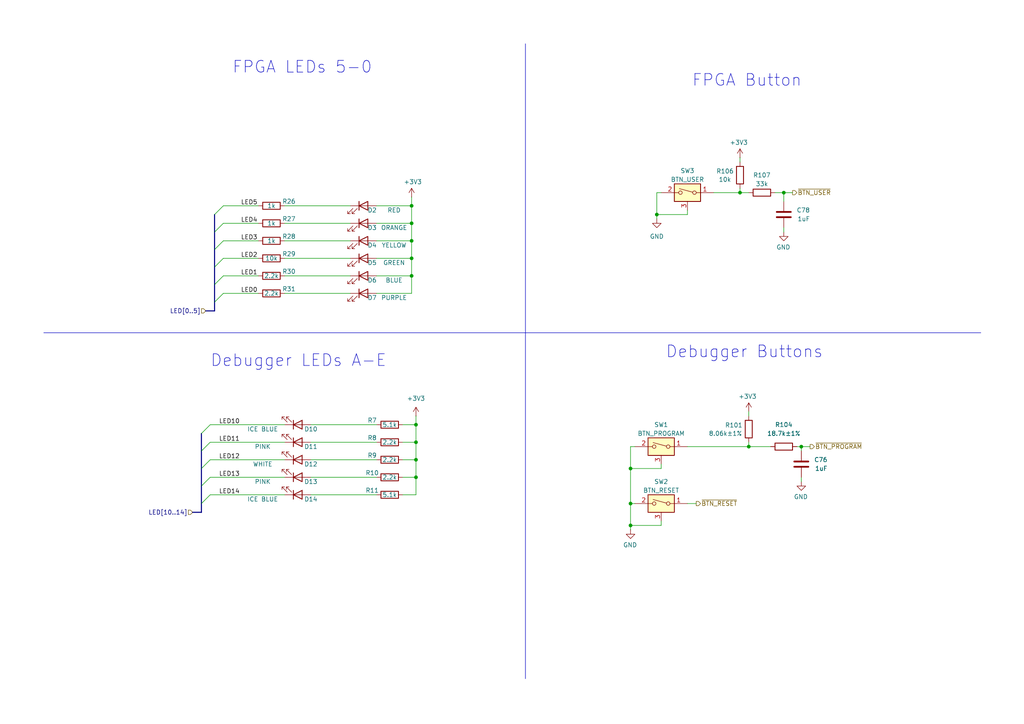
<source format=kicad_sch>
(kicad_sch
	(version 20231120)
	(generator "eeschema")
	(generator_version "8.0")
	(uuid "74982b63-7e59-490a-a7e3-2b73f69f82a2")
	(paper "A4")
	(title_block
		(title "${TITLE}")
		(date "${DATE}")
		(rev "${VERSION}")
		(company "${COPYRIGHT}")
		(comment 1 "${LICENSE}")
	)
	(lib_symbols
		(symbol "Device:C"
			(pin_numbers hide)
			(pin_names
				(offset 0.254)
			)
			(exclude_from_sim no)
			(in_bom yes)
			(on_board yes)
			(property "Reference" "C"
				(at 0.635 2.54 0)
				(effects
					(font
						(size 1.27 1.27)
					)
					(justify left)
				)
			)
			(property "Value" "C"
				(at 0.635 -2.54 0)
				(effects
					(font
						(size 1.27 1.27)
					)
					(justify left)
				)
			)
			(property "Footprint" ""
				(at 0.9652 -3.81 0)
				(effects
					(font
						(size 1.27 1.27)
					)
					(hide yes)
				)
			)
			(property "Datasheet" "~"
				(at 0 0 0)
				(effects
					(font
						(size 1.27 1.27)
					)
					(hide yes)
				)
			)
			(property "Description" "Unpolarized capacitor"
				(at 0 0 0)
				(effects
					(font
						(size 1.27 1.27)
					)
					(hide yes)
				)
			)
			(property "ki_keywords" "cap capacitor"
				(at 0 0 0)
				(effects
					(font
						(size 1.27 1.27)
					)
					(hide yes)
				)
			)
			(property "ki_fp_filters" "C_*"
				(at 0 0 0)
				(effects
					(font
						(size 1.27 1.27)
					)
					(hide yes)
				)
			)
			(symbol "C_0_1"
				(polyline
					(pts
						(xy -2.032 -0.762) (xy 2.032 -0.762)
					)
					(stroke
						(width 0.508)
						(type default)
					)
					(fill
						(type none)
					)
				)
				(polyline
					(pts
						(xy -2.032 0.762) (xy 2.032 0.762)
					)
					(stroke
						(width 0.508)
						(type default)
					)
					(fill
						(type none)
					)
				)
			)
			(symbol "C_1_1"
				(pin passive line
					(at 0 3.81 270)
					(length 2.794)
					(name "~"
						(effects
							(font
								(size 1.27 1.27)
							)
						)
					)
					(number "1"
						(effects
							(font
								(size 1.27 1.27)
							)
						)
					)
				)
				(pin passive line
					(at 0 -3.81 90)
					(length 2.794)
					(name "~"
						(effects
							(font
								(size 1.27 1.27)
							)
						)
					)
					(number "2"
						(effects
							(font
								(size 1.27 1.27)
							)
						)
					)
				)
			)
		)
		(symbol "Device:LED"
			(pin_numbers hide)
			(pin_names
				(offset 1.016) hide)
			(exclude_from_sim no)
			(in_bom yes)
			(on_board yes)
			(property "Reference" "D"
				(at 0 2.54 0)
				(effects
					(font
						(size 1.27 1.27)
					)
				)
			)
			(property "Value" "LED"
				(at 0 -2.54 0)
				(effects
					(font
						(size 1.27 1.27)
					)
				)
			)
			(property "Footprint" ""
				(at 0 0 0)
				(effects
					(font
						(size 1.27 1.27)
					)
					(hide yes)
				)
			)
			(property "Datasheet" "~"
				(at 0 0 0)
				(effects
					(font
						(size 1.27 1.27)
					)
					(hide yes)
				)
			)
			(property "Description" "Light emitting diode"
				(at 0 0 0)
				(effects
					(font
						(size 1.27 1.27)
					)
					(hide yes)
				)
			)
			(property "ki_keywords" "LED diode"
				(at 0 0 0)
				(effects
					(font
						(size 1.27 1.27)
					)
					(hide yes)
				)
			)
			(property "ki_fp_filters" "LED* LED_SMD:* LED_THT:*"
				(at 0 0 0)
				(effects
					(font
						(size 1.27 1.27)
					)
					(hide yes)
				)
			)
			(symbol "LED_0_1"
				(polyline
					(pts
						(xy -1.27 -1.27) (xy -1.27 1.27)
					)
					(stroke
						(width 0.254)
						(type default)
					)
					(fill
						(type none)
					)
				)
				(polyline
					(pts
						(xy -1.27 0) (xy 1.27 0)
					)
					(stroke
						(width 0)
						(type default)
					)
					(fill
						(type none)
					)
				)
				(polyline
					(pts
						(xy 1.27 -1.27) (xy 1.27 1.27) (xy -1.27 0) (xy 1.27 -1.27)
					)
					(stroke
						(width 0.254)
						(type default)
					)
					(fill
						(type none)
					)
				)
				(polyline
					(pts
						(xy -3.048 -0.762) (xy -4.572 -2.286) (xy -3.81 -2.286) (xy -4.572 -2.286) (xy -4.572 -1.524)
					)
					(stroke
						(width 0)
						(type default)
					)
					(fill
						(type none)
					)
				)
				(polyline
					(pts
						(xy -1.778 -0.762) (xy -3.302 -2.286) (xy -2.54 -2.286) (xy -3.302 -2.286) (xy -3.302 -1.524)
					)
					(stroke
						(width 0)
						(type default)
					)
					(fill
						(type none)
					)
				)
			)
			(symbol "LED_1_1"
				(pin passive line
					(at -3.81 0 0)
					(length 2.54)
					(name "K"
						(effects
							(font
								(size 1.27 1.27)
							)
						)
					)
					(number "1"
						(effects
							(font
								(size 1.27 1.27)
							)
						)
					)
				)
				(pin passive line
					(at 3.81 0 180)
					(length 2.54)
					(name "A"
						(effects
							(font
								(size 1.27 1.27)
							)
						)
					)
					(number "2"
						(effects
							(font
								(size 1.27 1.27)
							)
						)
					)
				)
			)
		)
		(symbol "Device:R"
			(pin_numbers hide)
			(pin_names
				(offset 0)
			)
			(exclude_from_sim no)
			(in_bom yes)
			(on_board yes)
			(property "Reference" "R"
				(at 2.032 0 90)
				(effects
					(font
						(size 1.27 1.27)
					)
				)
			)
			(property "Value" "R"
				(at 0 0 90)
				(effects
					(font
						(size 1.27 1.27)
					)
				)
			)
			(property "Footprint" ""
				(at -1.778 0 90)
				(effects
					(font
						(size 1.27 1.27)
					)
					(hide yes)
				)
			)
			(property "Datasheet" "~"
				(at 0 0 0)
				(effects
					(font
						(size 1.27 1.27)
					)
					(hide yes)
				)
			)
			(property "Description" "Resistor"
				(at 0 0 0)
				(effects
					(font
						(size 1.27 1.27)
					)
					(hide yes)
				)
			)
			(property "ki_keywords" "R res resistor"
				(at 0 0 0)
				(effects
					(font
						(size 1.27 1.27)
					)
					(hide yes)
				)
			)
			(property "ki_fp_filters" "R_*"
				(at 0 0 0)
				(effects
					(font
						(size 1.27 1.27)
					)
					(hide yes)
				)
			)
			(symbol "R_0_1"
				(rectangle
					(start -1.016 -2.54)
					(end 1.016 2.54)
					(stroke
						(width 0.254)
						(type default)
					)
					(fill
						(type none)
					)
				)
			)
			(symbol "R_1_1"
				(pin passive line
					(at 0 3.81 270)
					(length 1.27)
					(name "~"
						(effects
							(font
								(size 1.27 1.27)
							)
						)
					)
					(number "1"
						(effects
							(font
								(size 1.27 1.27)
							)
						)
					)
				)
				(pin passive line
					(at 0 -3.81 90)
					(length 1.27)
					(name "~"
						(effects
							(font
								(size 1.27 1.27)
							)
						)
					)
					(number "2"
						(effects
							(font
								(size 1.27 1.27)
							)
						)
					)
				)
			)
		)
		(symbol "power:+3V3"
			(power)
			(pin_numbers hide)
			(pin_names
				(offset 0) hide)
			(exclude_from_sim no)
			(in_bom yes)
			(on_board yes)
			(property "Reference" "#PWR"
				(at 0 -3.81 0)
				(effects
					(font
						(size 1.27 1.27)
					)
					(hide yes)
				)
			)
			(property "Value" "+3V3"
				(at 0 3.556 0)
				(effects
					(font
						(size 1.27 1.27)
					)
				)
			)
			(property "Footprint" ""
				(at 0 0 0)
				(effects
					(font
						(size 1.27 1.27)
					)
					(hide yes)
				)
			)
			(property "Datasheet" ""
				(at 0 0 0)
				(effects
					(font
						(size 1.27 1.27)
					)
					(hide yes)
				)
			)
			(property "Description" "Power symbol creates a global label with name \"+3V3\""
				(at 0 0 0)
				(effects
					(font
						(size 1.27 1.27)
					)
					(hide yes)
				)
			)
			(property "ki_keywords" "global power"
				(at 0 0 0)
				(effects
					(font
						(size 1.27 1.27)
					)
					(hide yes)
				)
			)
			(symbol "+3V3_0_1"
				(polyline
					(pts
						(xy -0.762 1.27) (xy 0 2.54)
					)
					(stroke
						(width 0)
						(type default)
					)
					(fill
						(type none)
					)
				)
				(polyline
					(pts
						(xy 0 0) (xy 0 2.54)
					)
					(stroke
						(width 0)
						(type default)
					)
					(fill
						(type none)
					)
				)
				(polyline
					(pts
						(xy 0 2.54) (xy 0.762 1.27)
					)
					(stroke
						(width 0)
						(type default)
					)
					(fill
						(type none)
					)
				)
			)
			(symbol "+3V3_1_1"
				(pin power_in line
					(at 0 0 90)
					(length 0)
					(name "~"
						(effects
							(font
								(size 1.27 1.27)
							)
						)
					)
					(number "1"
						(effects
							(font
								(size 1.27 1.27)
							)
						)
					)
				)
			)
		)
		(symbol "power:GND"
			(power)
			(pin_numbers hide)
			(pin_names
				(offset 0) hide)
			(exclude_from_sim no)
			(in_bom yes)
			(on_board yes)
			(property "Reference" "#PWR"
				(at 0 -6.35 0)
				(effects
					(font
						(size 1.27 1.27)
					)
					(hide yes)
				)
			)
			(property "Value" "GND"
				(at 0 -3.81 0)
				(effects
					(font
						(size 1.27 1.27)
					)
				)
			)
			(property "Footprint" ""
				(at 0 0 0)
				(effects
					(font
						(size 1.27 1.27)
					)
					(hide yes)
				)
			)
			(property "Datasheet" ""
				(at 0 0 0)
				(effects
					(font
						(size 1.27 1.27)
					)
					(hide yes)
				)
			)
			(property "Description" "Power symbol creates a global label with name \"GND\" , ground"
				(at 0 0 0)
				(effects
					(font
						(size 1.27 1.27)
					)
					(hide yes)
				)
			)
			(property "ki_keywords" "global power"
				(at 0 0 0)
				(effects
					(font
						(size 1.27 1.27)
					)
					(hide yes)
				)
			)
			(symbol "GND_0_1"
				(polyline
					(pts
						(xy 0 0) (xy 0 -1.27) (xy 1.27 -1.27) (xy 0 -2.54) (xy -1.27 -1.27) (xy 0 -1.27)
					)
					(stroke
						(width 0)
						(type default)
					)
					(fill
						(type none)
					)
				)
			)
			(symbol "GND_1_1"
				(pin power_in line
					(at 0 0 270)
					(length 0)
					(name "~"
						(effects
							(font
								(size 1.27 1.27)
							)
						)
					)
					(number "1"
						(effects
							(font
								(size 1.27 1.27)
							)
						)
					)
				)
			)
		)
		(symbol "support_hardware:SW_SPST_shielded"
			(pin_names
				(offset 0) hide)
			(exclude_from_sim no)
			(in_bom yes)
			(on_board yes)
			(property "Reference" "SW"
				(at 0 6.35 0)
				(effects
					(font
						(size 1.27 1.27)
					)
				)
			)
			(property "Value" "SW_SPST_shielded"
				(at 0 3.81 0)
				(effects
					(font
						(size 1.27 1.27)
					)
				)
			)
			(property "Footprint" ""
				(at 0 0 0)
				(effects
					(font
						(size 1.27 1.27)
					)
					(hide yes)
				)
			)
			(property "Datasheet" "~"
				(at 0 0 0)
				(effects
					(font
						(size 1.27 1.27)
					)
					(hide yes)
				)
			)
			(property "Description" "Single Pole Single Throw (SPST) switch with shield"
				(at 0 0 0)
				(effects
					(font
						(size 1.27 1.27)
					)
					(hide yes)
				)
			)
			(property "ki_fp_filters" "SW?DIP?x1*"
				(at 0 0 0)
				(effects
					(font
						(size 1.27 1.27)
					)
					(hide yes)
				)
			)
			(symbol "SW_SPST_shielded_0_0"
				(circle
					(center -2.032 0)
					(radius 0.508)
					(stroke
						(width 0)
						(type default)
					)
					(fill
						(type none)
					)
				)
				(polyline
					(pts
						(xy -1.524 0.127) (xy 2.3622 1.1684)
					)
					(stroke
						(width 0)
						(type default)
					)
					(fill
						(type none)
					)
				)
				(circle
					(center 2.032 0)
					(radius 0.508)
					(stroke
						(width 0)
						(type default)
					)
					(fill
						(type none)
					)
				)
			)
			(symbol "SW_SPST_shielded_0_1"
				(rectangle
					(start -3.81 2.54)
					(end 3.81 -2.54)
					(stroke
						(width 0.254)
						(type default)
					)
					(fill
						(type background)
					)
				)
			)
			(symbol "SW_SPST_shielded_1_1"
				(pin passive line
					(at -7.62 0 0)
					(length 5.08)
					(name "~"
						(effects
							(font
								(size 1.27 1.27)
							)
						)
					)
					(number "1"
						(effects
							(font
								(size 1.27 1.27)
							)
						)
					)
				)
				(pin passive line
					(at 7.62 0 180)
					(length 5.08)
					(name "~"
						(effects
							(font
								(size 1.27 1.27)
							)
						)
					)
					(number "2"
						(effects
							(font
								(size 1.27 1.27)
							)
						)
					)
				)
				(pin passive line
					(at 0 -5.08 90)
					(length 2.54)
					(name "SHIELD"
						(effects
							(font
								(size 1.27 1.27)
							)
						)
					)
					(number "3"
						(effects
							(font
								(size 1.27 1.27)
							)
						)
					)
				)
			)
		)
	)
	(junction
		(at 119.38 64.77)
		(diameter 0)
		(color 0 0 0 0)
		(uuid "1af4233e-d95c-4a66-8e2c-040132dfbef7")
	)
	(junction
		(at 119.38 80.01)
		(diameter 0)
		(color 0 0 0 0)
		(uuid "24f6dda2-7e7d-40b0-acb6-c1822f015c4d")
	)
	(junction
		(at 182.88 135.89)
		(diameter 0)
		(color 0 0 0 0)
		(uuid "26e71d30-e987-4d16-aba9-e9b464283f37")
	)
	(junction
		(at 120.65 138.43)
		(diameter 0)
		(color 0 0 0 0)
		(uuid "31f73014-7a97-474c-9d18-cbebb81097cd")
	)
	(junction
		(at 120.65 123.19)
		(diameter 0)
		(color 0 0 0 0)
		(uuid "321604fd-c03e-47f8-9354-197e86df34da")
	)
	(junction
		(at 232.41 129.54)
		(diameter 0)
		(color 0 0 0 0)
		(uuid "47cccdc2-d677-47b1-bd40-2a16cdbda55b")
	)
	(junction
		(at 120.65 133.35)
		(diameter 0)
		(color 0 0 0 0)
		(uuid "509c3461-24da-4bf3-9531-0f43b60d6e37")
	)
	(junction
		(at 227.33 55.88)
		(diameter 0)
		(color 0 0 0 0)
		(uuid "73dfddf9-bc49-4327-a1ed-15c9c886397e")
	)
	(junction
		(at 182.88 152.4)
		(diameter 0)
		(color 0 0 0 0)
		(uuid "7c7cf00d-b47b-456d-8ae3-e7ab571ac7c1")
	)
	(junction
		(at 190.5 62.23)
		(diameter 0)
		(color 0 0 0 0)
		(uuid "7e9df163-2c47-4edb-8132-4cee7d604d8e")
	)
	(junction
		(at 182.88 146.05)
		(diameter 0)
		(color 0 0 0 0)
		(uuid "80c559a6-1789-4197-b38b-6b9b8236f429")
	)
	(junction
		(at 120.65 128.27)
		(diameter 0)
		(color 0 0 0 0)
		(uuid "83810be8-e59a-4229-bb43-f86456b74148")
	)
	(junction
		(at 217.17 129.54)
		(diameter 0)
		(color 0 0 0 0)
		(uuid "96c57115-d184-4024-b080-01430d56f7c5")
	)
	(junction
		(at 119.38 74.93)
		(diameter 0)
		(color 0 0 0 0)
		(uuid "b640edbe-d867-4a44-8d55-548625eb6df1")
	)
	(junction
		(at 119.38 69.85)
		(diameter 0)
		(color 0 0 0 0)
		(uuid "bcabd9d2-c3a2-4f4b-b876-dd3f416f2784")
	)
	(junction
		(at 214.63 55.88)
		(diameter 0)
		(color 0 0 0 0)
		(uuid "e085324d-83dc-4b17-87b7-8eda02a2c7ba")
	)
	(junction
		(at 119.38 59.69)
		(diameter 0)
		(color 0 0 0 0)
		(uuid "f07f726c-db16-49c2-849d-b47a9f522471")
	)
	(bus_entry
		(at 60.96 133.35)
		(size -2.54 2.54)
		(stroke
			(width 0)
			(type default)
		)
		(uuid "0a1a1c8b-0c78-454a-a662-a1ed1144b606")
	)
	(bus_entry
		(at 60.96 123.19)
		(size -2.54 2.54)
		(stroke
			(width 0)
			(type default)
		)
		(uuid "120164a3-cb76-498a-9ca8-bc0af1658ae2")
	)
	(bus_entry
		(at 60.96 128.27)
		(size -2.54 2.54)
		(stroke
			(width 0)
			(type default)
		)
		(uuid "28cdbc00-9954-41d3-b5a3-8e5918c2c4e5")
	)
	(bus_entry
		(at 64.77 74.93)
		(size -2.54 2.54)
		(stroke
			(width 0)
			(type default)
		)
		(uuid "2956e718-ef6b-485e-ab2d-bcb6f6f00b63")
	)
	(bus_entry
		(at 64.77 69.85)
		(size -2.54 2.54)
		(stroke
			(width 0)
			(type default)
		)
		(uuid "34a8fa79-0f4d-4422-a7f0-ccde05282502")
	)
	(bus_entry
		(at 60.96 143.51)
		(size -2.54 2.54)
		(stroke
			(width 0)
			(type default)
		)
		(uuid "50ce2247-3b44-4c36-a982-0449ed7d1f20")
	)
	(bus_entry
		(at 64.77 80.01)
		(size -2.54 2.54)
		(stroke
			(width 0)
			(type default)
		)
		(uuid "922e00a5-37a8-46e0-b43d-1eb0c34d9f4b")
	)
	(bus_entry
		(at 60.96 138.43)
		(size -2.54 2.54)
		(stroke
			(width 0)
			(type default)
		)
		(uuid "932aaf7a-9cf8-4741-878b-d9069d36411c")
	)
	(bus_entry
		(at 64.77 85.09)
		(size -2.54 2.54)
		(stroke
			(width 0)
			(type default)
		)
		(uuid "aeb6b963-9d16-4266-997b-4430ae290d55")
	)
	(bus_entry
		(at 64.77 64.77)
		(size -2.54 2.54)
		(stroke
			(width 0)
			(type default)
		)
		(uuid "cbe696d4-ac47-425a-ba3c-e17e44d3879a")
	)
	(bus_entry
		(at 64.77 59.69)
		(size -2.54 2.54)
		(stroke
			(width 0)
			(type default)
		)
		(uuid "de6d2841-cd4d-4856-a1bd-1f15c7030e9d")
	)
	(wire
		(pts
			(xy 191.77 135.89) (xy 191.77 134.62)
		)
		(stroke
			(width 0)
			(type default)
		)
		(uuid "001d81cb-6898-4aaf-84b7-79bbea2dec98")
	)
	(wire
		(pts
			(xy 214.63 55.88) (xy 207.01 55.88)
		)
		(stroke
			(width 0)
			(type default)
		)
		(uuid "087c117e-7deb-4347-b3e4-741352f9690b")
	)
	(wire
		(pts
			(xy 119.38 59.69) (xy 119.38 64.77)
		)
		(stroke
			(width 0)
			(type default)
		)
		(uuid "0becd5c3-6c4d-4b0a-b258-ba45b4f5825e")
	)
	(wire
		(pts
			(xy 82.55 74.93) (xy 101.6 74.93)
		)
		(stroke
			(width 0)
			(type default)
		)
		(uuid "0cf0ed9e-3fc4-4ee4-9d3f-8b9cd3728aff")
	)
	(bus
		(pts
			(xy 58.42 130.81) (xy 58.42 135.89)
		)
		(stroke
			(width 0)
			(type default)
		)
		(uuid "0cf1ba59-1d1d-45c4-9cba-8b6dc157f2e8")
	)
	(wire
		(pts
			(xy 120.65 143.51) (xy 120.65 138.43)
		)
		(stroke
			(width 0)
			(type default)
		)
		(uuid "0d281f05-0617-4b21-9830-e59a7b431b3e")
	)
	(bus
		(pts
			(xy 62.23 77.47) (xy 62.23 82.55)
		)
		(stroke
			(width 0)
			(type default)
		)
		(uuid "0f284f9a-deed-4cd2-b2c0-ff247f0f80ff")
	)
	(wire
		(pts
			(xy 190.5 62.23) (xy 190.5 55.88)
		)
		(stroke
			(width 0)
			(type default)
		)
		(uuid "13e81a4c-25c4-4559-b6e3-a54d3bc8d958")
	)
	(wire
		(pts
			(xy 82.55 64.77) (xy 101.6 64.77)
		)
		(stroke
			(width 0)
			(type default)
		)
		(uuid "165aff7b-05e8-446d-9d8b-cfdb0c242a5e")
	)
	(wire
		(pts
			(xy 182.88 135.89) (xy 182.88 146.05)
		)
		(stroke
			(width 0)
			(type default)
		)
		(uuid "16959725-a69a-4491-a9ca-d79ae9495d67")
	)
	(wire
		(pts
			(xy 182.88 153.67) (xy 182.88 152.4)
		)
		(stroke
			(width 0)
			(type default)
		)
		(uuid "17449897-1286-421c-a5e2-23a2dbbd7400")
	)
	(wire
		(pts
			(xy 182.88 129.54) (xy 182.88 135.89)
		)
		(stroke
			(width 0)
			(type default)
		)
		(uuid "1acc81f3-61c4-45b4-b246-77458621fc8e")
	)
	(wire
		(pts
			(xy 82.55 80.01) (xy 101.6 80.01)
		)
		(stroke
			(width 0)
			(type default)
		)
		(uuid "207c4a92-7fe2-431d-9aaa-8b52623634d1")
	)
	(wire
		(pts
			(xy 232.41 139.7) (xy 232.41 138.43)
		)
		(stroke
			(width 0)
			(type default)
		)
		(uuid "208259f9-fecf-4a25-bc50-0219a0b245a6")
	)
	(wire
		(pts
			(xy 217.17 129.54) (xy 223.52 129.54)
		)
		(stroke
			(width 0)
			(type default)
		)
		(uuid "232b6591-a552-4cf5-974c-cbabd86a9f8d")
	)
	(wire
		(pts
			(xy 64.77 69.85) (xy 74.93 69.85)
		)
		(stroke
			(width 0)
			(type default)
		)
		(uuid "23a9079d-022c-45a5-85a0-351a0cdf69cd")
	)
	(wire
		(pts
			(xy 109.22 64.77) (xy 119.38 64.77)
		)
		(stroke
			(width 0)
			(type default)
		)
		(uuid "27409678-c49c-47e6-9feb-14dd3287fe1f")
	)
	(wire
		(pts
			(xy 182.88 146.05) (xy 182.88 152.4)
		)
		(stroke
			(width 0)
			(type default)
		)
		(uuid "311c575d-34aa-4500-a84c-53fbfa63a23c")
	)
	(wire
		(pts
			(xy 120.65 128.27) (xy 120.65 123.19)
		)
		(stroke
			(width 0)
			(type default)
		)
		(uuid "3400e9aa-278f-4469-9845-daaf9b7c58a5")
	)
	(wire
		(pts
			(xy 224.79 55.88) (xy 227.33 55.88)
		)
		(stroke
			(width 0)
			(type default)
		)
		(uuid "34780d02-27fe-4474-b676-ebf099035624")
	)
	(wire
		(pts
			(xy 217.17 55.88) (xy 214.63 55.88)
		)
		(stroke
			(width 0)
			(type default)
		)
		(uuid "35bd74f0-5426-4ca5-ba21-f4cbf73dcd0d")
	)
	(bus
		(pts
			(xy 58.42 148.59) (xy 55.88 148.59)
		)
		(stroke
			(width 0)
			(type default)
		)
		(uuid "3aa6281a-502a-4c60-b288-8d70e6745bf1")
	)
	(wire
		(pts
			(xy 90.17 138.43) (xy 109.22 138.43)
		)
		(stroke
			(width 0)
			(type default)
		)
		(uuid "3ad9c834-3373-4a1c-a0d2-bfafa78e36b6")
	)
	(wire
		(pts
			(xy 60.96 133.35) (xy 82.55 133.35)
		)
		(stroke
			(width 0)
			(type default)
		)
		(uuid "3c2a6425-9b37-4cdb-b23d-fd1d4324c832")
	)
	(wire
		(pts
			(xy 64.77 59.69) (xy 74.93 59.69)
		)
		(stroke
			(width 0)
			(type default)
		)
		(uuid "459b261a-91fc-4dd7-b414-f2c27a182644")
	)
	(wire
		(pts
			(xy 199.39 62.23) (xy 190.5 62.23)
		)
		(stroke
			(width 0)
			(type default)
		)
		(uuid "486ec789-ce99-40b5-9211-9d0d92835725")
	)
	(wire
		(pts
			(xy 182.88 129.54) (xy 184.15 129.54)
		)
		(stroke
			(width 0)
			(type default)
		)
		(uuid "49989e1e-3ea2-4c86-8e82-47f56cd6c461")
	)
	(wire
		(pts
			(xy 60.96 128.27) (xy 82.55 128.27)
		)
		(stroke
			(width 0)
			(type default)
		)
		(uuid "4b25900a-a772-4113-baa9-c4775d78870b")
	)
	(wire
		(pts
			(xy 90.17 143.51) (xy 109.22 143.51)
		)
		(stroke
			(width 0)
			(type default)
		)
		(uuid "4dfe3875-3739-4ee2-97a1-362cc3b869bb")
	)
	(polyline
		(pts
			(xy 12.7 96.52) (xy 284.48 96.52)
		)
		(stroke
			(width 0)
			(type default)
		)
		(uuid "59c6c184-6e83-4160-9fd3-427b9702939d")
	)
	(wire
		(pts
			(xy 232.41 129.54) (xy 234.95 129.54)
		)
		(stroke
			(width 0)
			(type default)
		)
		(uuid "5ccc75e4-a812-4753-b9c7-bf9e8f548b8f")
	)
	(wire
		(pts
			(xy 191.77 152.4) (xy 182.88 152.4)
		)
		(stroke
			(width 0)
			(type default)
		)
		(uuid "65d498ec-0501-4d39-9611-363b7d43e049")
	)
	(wire
		(pts
			(xy 82.55 59.69) (xy 101.6 59.69)
		)
		(stroke
			(width 0)
			(type default)
		)
		(uuid "66be450b-2d28-47f5-9905-3ad8c340bb7a")
	)
	(bus
		(pts
			(xy 62.23 67.31) (xy 62.23 72.39)
		)
		(stroke
			(width 0)
			(type default)
		)
		(uuid "6c4cd9ab-d6fb-40cb-b360-50653defb5ef")
	)
	(wire
		(pts
			(xy 229.87 55.88) (xy 227.33 55.88)
		)
		(stroke
			(width 0)
			(type default)
		)
		(uuid "6dd1b73a-9756-4d44-adc2-cc882db81e63")
	)
	(wire
		(pts
			(xy 119.38 64.77) (xy 119.38 69.85)
		)
		(stroke
			(width 0)
			(type default)
		)
		(uuid "6f911f70-6693-48a3-96ab-54c332879dd2")
	)
	(wire
		(pts
			(xy 82.55 85.09) (xy 101.6 85.09)
		)
		(stroke
			(width 0)
			(type default)
		)
		(uuid "7030278f-a743-49ee-ad18-91661a90c771")
	)
	(wire
		(pts
			(xy 201.93 146.05) (xy 199.39 146.05)
		)
		(stroke
			(width 0)
			(type default)
		)
		(uuid "70a10819-0994-42c0-b10d-890d8166be5f")
	)
	(bus
		(pts
			(xy 58.42 135.89) (xy 58.42 140.97)
		)
		(stroke
			(width 0)
			(type default)
		)
		(uuid "718aa29f-88c1-4c28-b1b7-008e5c345db1")
	)
	(wire
		(pts
			(xy 120.65 123.19) (xy 120.65 120.65)
		)
		(stroke
			(width 0)
			(type default)
		)
		(uuid "721b8f7b-ce29-4ccf-a117-a641dbedba3b")
	)
	(wire
		(pts
			(xy 60.96 123.19) (xy 82.55 123.19)
		)
		(stroke
			(width 0)
			(type default)
		)
		(uuid "72c260c3-de29-46c5-9d49-27df6f834fce")
	)
	(bus
		(pts
			(xy 62.23 90.17) (xy 59.69 90.17)
		)
		(stroke
			(width 0)
			(type default)
		)
		(uuid "73eaac16-d0d6-497a-8c4c-4b044d06b4d6")
	)
	(wire
		(pts
			(xy 74.93 64.77) (xy 64.77 64.77)
		)
		(stroke
			(width 0)
			(type default)
		)
		(uuid "7471adb5-0a99-4f60-a84f-66ac99a10879")
	)
	(wire
		(pts
			(xy 119.38 69.85) (xy 119.38 74.93)
		)
		(stroke
			(width 0)
			(type default)
		)
		(uuid "773ff2cf-9944-4176-8443-8a37f5cceff9")
	)
	(wire
		(pts
			(xy 190.5 62.23) (xy 190.5 63.5)
		)
		(stroke
			(width 0)
			(type default)
		)
		(uuid "78058c4d-4505-423e-961b-ad845d302e92")
	)
	(wire
		(pts
			(xy 109.22 69.85) (xy 119.38 69.85)
		)
		(stroke
			(width 0)
			(type default)
		)
		(uuid "7b2d0632-4a0d-4507-909e-b466d6bbc01c")
	)
	(bus
		(pts
			(xy 62.23 87.63) (xy 62.23 90.17)
		)
		(stroke
			(width 0)
			(type default)
		)
		(uuid "7f00ef16-306b-444b-9d2c-e2df3e099541")
	)
	(wire
		(pts
			(xy 120.65 123.19) (xy 116.84 123.19)
		)
		(stroke
			(width 0)
			(type default)
		)
		(uuid "86e43d41-66d0-48bd-b805-c14914afae2b")
	)
	(wire
		(pts
			(xy 116.84 138.43) (xy 120.65 138.43)
		)
		(stroke
			(width 0)
			(type default)
		)
		(uuid "89ed390a-5998-4341-b043-b89e1fa5899a")
	)
	(wire
		(pts
			(xy 227.33 67.31) (xy 227.33 66.04)
		)
		(stroke
			(width 0)
			(type default)
		)
		(uuid "8b05712f-5f61-4933-a42c-012b9ee2399f")
	)
	(wire
		(pts
			(xy 64.77 80.01) (xy 74.93 80.01)
		)
		(stroke
			(width 0)
			(type default)
		)
		(uuid "8fcdc995-f3fb-40bf-9c65-e112130e8a15")
	)
	(wire
		(pts
			(xy 109.22 59.69) (xy 119.38 59.69)
		)
		(stroke
			(width 0)
			(type default)
		)
		(uuid "97da4308-53ab-4fb6-b07b-be682fa217ed")
	)
	(wire
		(pts
			(xy 90.17 133.35) (xy 109.22 133.35)
		)
		(stroke
			(width 0)
			(type default)
		)
		(uuid "97fa5602-5852-4250-8efb-96ad539f4f13")
	)
	(wire
		(pts
			(xy 109.22 74.93) (xy 119.38 74.93)
		)
		(stroke
			(width 0)
			(type default)
		)
		(uuid "99ed4c63-eb7f-4d56-b40d-b18a58b11b7d")
	)
	(wire
		(pts
			(xy 60.96 138.43) (xy 82.55 138.43)
		)
		(stroke
			(width 0)
			(type default)
		)
		(uuid "9a71321a-1745-4f4c-b3f2-9b91260a02d0")
	)
	(wire
		(pts
			(xy 214.63 45.72) (xy 214.63 46.99)
		)
		(stroke
			(width 0)
			(type default)
		)
		(uuid "9da13e78-cd9c-4b2e-a0fd-d0be245551d6")
	)
	(wire
		(pts
			(xy 182.88 146.05) (xy 184.15 146.05)
		)
		(stroke
			(width 0)
			(type default)
		)
		(uuid "a3415dba-2e5c-4985-82e6-662d72955544")
	)
	(wire
		(pts
			(xy 116.84 143.51) (xy 120.65 143.51)
		)
		(stroke
			(width 0)
			(type default)
		)
		(uuid "a4a85630-c9a9-48b8-a64a-35ae63f6847d")
	)
	(wire
		(pts
			(xy 227.33 58.42) (xy 227.33 55.88)
		)
		(stroke
			(width 0)
			(type default)
		)
		(uuid "a73a8a80-0ef7-40e1-a3b2-6fe5362727d6")
	)
	(bus
		(pts
			(xy 58.42 140.97) (xy 58.42 146.05)
		)
		(stroke
			(width 0)
			(type default)
		)
		(uuid "ac1fded4-765e-402e-b08c-6b47875c67b0")
	)
	(wire
		(pts
			(xy 82.55 69.85) (xy 101.6 69.85)
		)
		(stroke
			(width 0)
			(type default)
		)
		(uuid "ad58ce6b-c3c1-407a-85a1-6ea0d1b59840")
	)
	(wire
		(pts
			(xy 217.17 119.38) (xy 217.17 120.65)
		)
		(stroke
			(width 0)
			(type default)
		)
		(uuid "ae0f38fa-4f9d-4bb0-900a-eb091dca2c32")
	)
	(wire
		(pts
			(xy 116.84 128.27) (xy 120.65 128.27)
		)
		(stroke
			(width 0)
			(type default)
		)
		(uuid "b7feb106-3e06-492a-80a6-54af7d680610")
	)
	(bus
		(pts
			(xy 62.23 62.23) (xy 62.23 67.31)
		)
		(stroke
			(width 0)
			(type default)
		)
		(uuid "b8e39eb6-136d-4e0a-8bea-549a1c6fc655")
	)
	(wire
		(pts
			(xy 60.96 143.51) (xy 82.55 143.51)
		)
		(stroke
			(width 0)
			(type default)
		)
		(uuid "b8f2aead-0e4b-4361-b5a8-e411a62654a3")
	)
	(bus
		(pts
			(xy 58.42 146.05) (xy 58.42 148.59)
		)
		(stroke
			(width 0)
			(type default)
		)
		(uuid "ba78fef5-c9ee-4882-915f-6bbb24a456ac")
	)
	(wire
		(pts
			(xy 120.65 133.35) (xy 116.84 133.35)
		)
		(stroke
			(width 0)
			(type default)
		)
		(uuid "be3445a9-724f-48b3-8d1d-2c893b15d5e8")
	)
	(wire
		(pts
			(xy 232.41 130.81) (xy 232.41 129.54)
		)
		(stroke
			(width 0)
			(type default)
		)
		(uuid "c216be86-fda6-4949-adf0-f59c22db6f44")
	)
	(wire
		(pts
			(xy 74.93 74.93) (xy 64.77 74.93)
		)
		(stroke
			(width 0)
			(type default)
		)
		(uuid "c998d678-f064-4ee7-a0ac-c184b2f9e84d")
	)
	(wire
		(pts
			(xy 90.17 123.19) (xy 109.22 123.19)
		)
		(stroke
			(width 0)
			(type default)
		)
		(uuid "c9d71a60-a16e-4c68-b09c-88f63d324e92")
	)
	(wire
		(pts
			(xy 90.17 128.27) (xy 109.22 128.27)
		)
		(stroke
			(width 0)
			(type default)
		)
		(uuid "ca6df3a4-f31d-47f8-9668-42005fd7a8b3")
	)
	(wire
		(pts
			(xy 119.38 74.93) (xy 119.38 80.01)
		)
		(stroke
			(width 0)
			(type default)
		)
		(uuid "cc2ae16c-c629-4323-a0df-30e98fc98d29")
	)
	(bus
		(pts
			(xy 62.23 72.39) (xy 62.23 77.47)
		)
		(stroke
			(width 0)
			(type default)
		)
		(uuid "cdd1f6fa-c97d-4883-a9a8-a55f1488a8a2")
	)
	(bus
		(pts
			(xy 58.42 125.73) (xy 58.42 130.81)
		)
		(stroke
			(width 0)
			(type default)
		)
		(uuid "cf44d8fe-0bd4-4d26-b17e-b065ba5602f8")
	)
	(wire
		(pts
			(xy 74.93 85.09) (xy 64.77 85.09)
		)
		(stroke
			(width 0)
			(type default)
		)
		(uuid "d08f37ab-5a92-42b0-9bf7-6ab7e2a5447b")
	)
	(wire
		(pts
			(xy 119.38 59.69) (xy 119.38 57.15)
		)
		(stroke
			(width 0)
			(type default)
		)
		(uuid "d25484f2-ce46-4ff1-8847-36e427b62705")
	)
	(wire
		(pts
			(xy 217.17 129.54) (xy 199.39 129.54)
		)
		(stroke
			(width 0)
			(type default)
		)
		(uuid "d96adbc4-7b4d-452f-9d23-ad55b65567d8")
	)
	(wire
		(pts
			(xy 217.17 129.54) (xy 217.17 128.27)
		)
		(stroke
			(width 0)
			(type default)
		)
		(uuid "d9902ef7-d3da-4d5b-a41a-e6c6155bb3cc")
	)
	(wire
		(pts
			(xy 109.22 80.01) (xy 119.38 80.01)
		)
		(stroke
			(width 0)
			(type default)
		)
		(uuid "dab2aae9-3a52-498a-9f59-b181290ab6c5")
	)
	(polyline
		(pts
			(xy 152.4 12.7) (xy 152.4 196.85)
		)
		(stroke
			(width 0)
			(type default)
		)
		(uuid "dbf7156e-a89a-4652-b872-8b460a17b6c7")
	)
	(wire
		(pts
			(xy 231.14 129.54) (xy 232.41 129.54)
		)
		(stroke
			(width 0)
			(type default)
		)
		(uuid "ded1cdc2-7058-4f18-884d-7a8f6bca95e0")
	)
	(wire
		(pts
			(xy 199.39 62.23) (xy 199.39 60.96)
		)
		(stroke
			(width 0)
			(type default)
		)
		(uuid "dfacd4de-1d01-471b-b088-e20d8bad1cb6")
	)
	(bus
		(pts
			(xy 62.23 82.55) (xy 62.23 87.63)
		)
		(stroke
			(width 0)
			(type default)
		)
		(uuid "dfd7a2b2-1372-4013-a7f3-a95536d10a86")
	)
	(wire
		(pts
			(xy 120.65 138.43) (xy 120.65 133.35)
		)
		(stroke
			(width 0)
			(type default)
		)
		(uuid "e3549ebc-8583-469d-9d3d-a05b57258181")
	)
	(wire
		(pts
			(xy 191.77 135.89) (xy 182.88 135.89)
		)
		(stroke
			(width 0)
			(type default)
		)
		(uuid "e4af5809-f932-4b7b-92fe-b634ba9c5de9")
	)
	(wire
		(pts
			(xy 120.65 133.35) (xy 120.65 128.27)
		)
		(stroke
			(width 0)
			(type default)
		)
		(uuid "ed5d21c3-e66c-45ab-8724-291a6ea4b821")
	)
	(wire
		(pts
			(xy 191.77 152.4) (xy 191.77 151.13)
		)
		(stroke
			(width 0)
			(type default)
		)
		(uuid "ee78bf9b-7d9e-4453-9904-cebc1ee96e23")
	)
	(wire
		(pts
			(xy 119.38 80.01) (xy 119.38 85.09)
		)
		(stroke
			(width 0)
			(type default)
		)
		(uuid "f3386541-2a8c-4d63-aad7-a3d0846aa33b")
	)
	(wire
		(pts
			(xy 214.63 55.88) (xy 214.63 54.61)
		)
		(stroke
			(width 0)
			(type default)
		)
		(uuid "f363761d-f6eb-4a41-bb27-44bfc9dd1567")
	)
	(wire
		(pts
			(xy 119.38 85.09) (xy 109.22 85.09)
		)
		(stroke
			(width 0)
			(type default)
		)
		(uuid "f9089533-36ea-4fc0-9fda-11b8d6004b04")
	)
	(wire
		(pts
			(xy 190.5 55.88) (xy 191.77 55.88)
		)
		(stroke
			(width 0)
			(type default)
		)
		(uuid "feadf204-4d3a-4ac7-9c1b-64aaea88a93b")
	)
	(text "FPGA Button"
		(exclude_from_sim no)
		(at 200.66 25.4 0)
		(effects
			(font
				(size 3.4036 3.4036)
			)
			(justify left bottom)
		)
		(uuid "59c7a939-0013-48b6-a9f1-147e155cb533")
	)
	(text "Debugger Buttons"
		(exclude_from_sim no)
		(at 193.04 104.14 0)
		(effects
			(font
				(size 3.4036 3.4036)
			)
			(justify left bottom)
		)
		(uuid "9432a626-e039-4776-aaf7-da23a497dfc9")
	)
	(text "FPGA LEDs 5-0"
		(exclude_from_sim no)
		(at 67.31 21.59 0)
		(effects
			(font
				(size 3.4036 3.4036)
			)
			(justify left bottom)
		)
		(uuid "aacf4102-d671-4c51-9f7b-3d0d376e2816")
	)
	(text "Debugger LEDs A-E"
		(exclude_from_sim no)
		(at 60.96 106.68 0)
		(effects
			(font
				(size 3.4036 3.4036)
			)
			(justify left bottom)
		)
		(uuid "fc67afa6-3423-4203-bb87-aa14a376d72a")
	)
	(label "LED14"
		(at 63.5 143.51 0)
		(fields_autoplaced yes)
		(effects
			(font
				(size 1.27 1.27)
			)
			(justify left bottom)
		)
		(uuid "1a09950e-82e9-4a62-8234-ecc9fff2ef73")
	)
	(label "LED10"
		(at 63.5 123.19 0)
		(fields_autoplaced yes)
		(effects
			(font
				(size 1.27 1.27)
			)
			(justify left bottom)
		)
		(uuid "1feef270-d691-4463-805c-7ce944a59798")
	)
	(label "LED2"
		(at 69.85 74.93 0)
		(fields_autoplaced yes)
		(effects
			(font
				(size 1.27 1.27)
			)
			(justify left bottom)
		)
		(uuid "32c53b89-30c6-460f-bc60-cebf65187b08")
	)
	(label "LED12"
		(at 63.5 133.35 0)
		(fields_autoplaced yes)
		(effects
			(font
				(size 1.27 1.27)
			)
			(justify left bottom)
		)
		(uuid "438dd94d-7597-4c11-afe6-1550fce3597c")
	)
	(label "LED13"
		(at 63.5 138.43 0)
		(fields_autoplaced yes)
		(effects
			(font
				(size 1.27 1.27)
			)
			(justify left bottom)
		)
		(uuid "4f002efe-0e68-419e-be15-08bafc2422c3")
	)
	(label "LED0"
		(at 69.85 85.09 0)
		(fields_autoplaced yes)
		(effects
			(font
				(size 1.27 1.27)
			)
			(justify left bottom)
		)
		(uuid "600d4653-8e43-41ab-a129-52f97248a6ed")
	)
	(label "LED11"
		(at 63.5 128.27 0)
		(fields_autoplaced yes)
		(effects
			(font
				(size 1.27 1.27)
			)
			(justify left bottom)
		)
		(uuid "65dc6ca9-b78d-46d7-87a5-24d63c68a000")
	)
	(label "LED4"
		(at 69.85 64.77 0)
		(fields_autoplaced yes)
		(effects
			(font
				(size 1.27 1.27)
			)
			(justify left bottom)
		)
		(uuid "755a0f60-2b33-454e-bb9b-36c29da60240")
	)
	(label "LED5"
		(at 69.85 59.69 0)
		(fields_autoplaced yes)
		(effects
			(font
				(size 1.27 1.27)
			)
			(justify left bottom)
		)
		(uuid "762c18c1-4a25-4c8c-b982-1dd1dbb949ae")
	)
	(label "LED1"
		(at 69.85 80.01 0)
		(fields_autoplaced yes)
		(effects
			(font
				(size 1.27 1.27)
			)
			(justify left bottom)
		)
		(uuid "93e9df68-711e-43c2-aaf8-6359309eb8e5")
	)
	(label "LED3"
		(at 69.85 69.85 0)
		(fields_autoplaced yes)
		(effects
			(font
				(size 1.27 1.27)
			)
			(justify left bottom)
		)
		(uuid "b1c15170-97e6-4070-be96-828345d734cb")
	)
	(hierarchical_label "~{BTN_PROGRAM}"
		(shape output)
		(at 234.95 129.54 0)
		(fields_autoplaced yes)
		(effects
			(font
				(size 1.27 1.27)
			)
			(justify left)
		)
		(uuid "60d4538c-7e00-4a87-8ec9-0f2085b3a817")
	)
	(hierarchical_label "LED[10..14]"
		(shape input)
		(at 55.88 148.59 180)
		(fields_autoplaced yes)
		(effects
			(font
				(size 1.27 1.27)
			)
			(justify right)
		)
		(uuid "63c19606-13d7-427a-b86c-f1188896fe5c")
	)
	(hierarchical_label "~{BTN_USER}"
		(shape output)
		(at 229.87 55.88 0)
		(fields_autoplaced yes)
		(effects
			(font
				(size 1.27 1.27)
			)
			(justify left)
		)
		(uuid "706a14a8-33d9-4cb9-b911-9ae8cbaceca4")
	)
	(hierarchical_label "LED[0..5]"
		(shape input)
		(at 59.69 90.17 180)
		(fields_autoplaced yes)
		(effects
			(font
				(size 1.27 1.27)
			)
			(justify right)
		)
		(uuid "9b2c0cbc-b137-492e-a23f-864ae1d638c9")
	)
	(hierarchical_label "~{BTN_RESET}"
		(shape output)
		(at 201.93 146.05 0)
		(fields_autoplaced yes)
		(effects
			(font
				(size 1.27 1.27)
			)
			(justify left)
		)
		(uuid "c2b92332-8348-4461-8bf7-f109d94433bc")
	)
	(symbol
		(lib_id "Device:R")
		(at 78.74 74.93 270)
		(mirror x)
		(unit 1)
		(exclude_from_sim no)
		(in_bom yes)
		(on_board yes)
		(dnp no)
		(uuid "00000000-0000-0000-0000-00005ffc7230")
		(property "Reference" "R29"
			(at 83.82 73.66 90)
			(effects
				(font
					(size 1.27 1.27)
				)
			)
		)
		(property "Value" "10k"
			(at 78.74 74.93 90)
			(effects
				(font
					(size 1.27 1.27)
				)
			)
		)
		(property "Footprint" "Resistor_SMD:R_0402_1005Metric"
			(at 78.74 76.708 90)
			(effects
				(font
					(size 1.27 1.27)
				)
				(hide yes)
			)
		)
		(property "Datasheet" "~"
			(at 78.74 74.93 0)
			(effects
				(font
					(size 1.27 1.27)
				)
				(hide yes)
			)
		)
		(property "Description" "Resistor"
			(at 78.74 74.93 0)
			(effects
				(font
					(size 1.27 1.27)
				)
				(hide yes)
			)
		)
		(property "Part Number" "RC0402JR-0710KL"
			(at 78.74 74.93 0)
			(effects
				(font
					(size 1.27 1.27)
				)
				(hide yes)
			)
		)
		(property "Substitution" "any equivalent"
			(at 78.74 74.93 0)
			(effects
				(font
					(size 1.27 1.27)
				)
				(hide yes)
			)
		)
		(property "Manufacturer" "Yageo"
			(at 78.74 74.93 0)
			(effects
				(font
					(size 1.27 1.27)
				)
				(hide yes)
			)
		)
		(pin "1"
			(uuid "5c72f8ff-f795-423f-9adc-5c8600b6a266")
		)
		(pin "2"
			(uuid "25885f25-4c4f-4c68-a0bf-83354df9cac1")
		)
		(instances
			(project "cynthion"
				(path "/fb621148-8145-4217-9712-738e1b5a4823/c0a1b8fd-bfd5-4925-b24e-24a40b8a6b17"
					(reference "R29")
					(unit 1)
				)
			)
		)
	)
	(symbol
		(lib_id "Device:R")
		(at 78.74 80.01 270)
		(unit 1)
		(exclude_from_sim no)
		(in_bom yes)
		(on_board yes)
		(dnp no)
		(uuid "00000000-0000-0000-0000-00005ffd563e")
		(property "Reference" "R30"
			(at 83.82 78.74 90)
			(effects
				(font
					(size 1.27 1.27)
				)
			)
		)
		(property "Value" "2.2k"
			(at 78.74 80.01 90)
			(effects
				(font
					(size 1.27 1.27)
				)
			)
		)
		(property "Footprint" "Resistor_SMD:R_0402_1005Metric"
			(at 78.74 78.232 90)
			(effects
				(font
					(size 1.27 1.27)
				)
				(hide yes)
			)
		)
		(property "Datasheet" "~"
			(at 78.74 80.01 0)
			(effects
				(font
					(size 1.27 1.27)
				)
				(hide yes)
			)
		)
		(property "Description" "Resistor"
			(at 78.74 80.01 0)
			(effects
				(font
					(size 1.27 1.27)
				)
				(hide yes)
			)
		)
		(property "Part Number" "RC0402JR-072K2L"
			(at 78.74 80.01 0)
			(effects
				(font
					(size 1.27 1.27)
				)
				(hide yes)
			)
		)
		(property "Substitution" "any equivalent"
			(at 78.74 80.01 0)
			(effects
				(font
					(size 1.27 1.27)
				)
				(hide yes)
			)
		)
		(property "Manufacturer" "Yageo"
			(at 78.74 80.01 0)
			(effects
				(font
					(size 1.27 1.27)
				)
				(hide yes)
			)
		)
		(pin "1"
			(uuid "7e6c6685-e9e7-437d-bab2-13bf71553455")
		)
		(pin "2"
			(uuid "591decc2-7b86-430e-a87b-098c8e1928b8")
		)
		(instances
			(project "cynthion"
				(path "/fb621148-8145-4217-9712-738e1b5a4823/c0a1b8fd-bfd5-4925-b24e-24a40b8a6b17"
					(reference "R30")
					(unit 1)
				)
			)
		)
	)
	(symbol
		(lib_id "Device:R")
		(at 78.74 85.09 270)
		(unit 1)
		(exclude_from_sim no)
		(in_bom yes)
		(on_board yes)
		(dnp no)
		(uuid "00000000-0000-0000-0000-00005ffd756f")
		(property "Reference" "R31"
			(at 83.82 83.82 90)
			(effects
				(font
					(size 1.27 1.27)
				)
			)
		)
		(property "Value" "2.2k"
			(at 78.74 85.09 90)
			(effects
				(font
					(size 1.27 1.27)
				)
			)
		)
		(property "Footprint" "Resistor_SMD:R_0402_1005Metric"
			(at 78.74 83.312 90)
			(effects
				(font
					(size 1.27 1.27)
				)
				(hide yes)
			)
		)
		(property "Datasheet" "~"
			(at 78.74 85.09 0)
			(effects
				(font
					(size 1.27 1.27)
				)
				(hide yes)
			)
		)
		(property "Description" "Resistor"
			(at 78.74 85.09 0)
			(effects
				(font
					(size 1.27 1.27)
				)
				(hide yes)
			)
		)
		(property "Part Number" "RC0402JR-072K2L"
			(at 78.74 85.09 0)
			(effects
				(font
					(size 1.27 1.27)
				)
				(hide yes)
			)
		)
		(property "Substitution" "any equivalent"
			(at 78.74 85.09 0)
			(effects
				(font
					(size 1.27 1.27)
				)
				(hide yes)
			)
		)
		(property "Manufacturer" "Yageo"
			(at 78.74 85.09 0)
			(effects
				(font
					(size 1.27 1.27)
				)
				(hide yes)
			)
		)
		(pin "1"
			(uuid "cb6a75f8-7d20-45dc-8f6d-e18940d28d53")
		)
		(pin "2"
			(uuid "511236a6-2f89-4ce2-9a0e-013b570b8ec1")
		)
		(instances
			(project "cynthion"
				(path "/fb621148-8145-4217-9712-738e1b5a4823/c0a1b8fd-bfd5-4925-b24e-24a40b8a6b17"
					(reference "R31")
					(unit 1)
				)
			)
		)
	)
	(symbol
		(lib_id "Device:R")
		(at 78.74 59.69 270)
		(unit 1)
		(exclude_from_sim no)
		(in_bom yes)
		(on_board yes)
		(dnp no)
		(uuid "00000000-0000-0000-0000-000061428ab0")
		(property "Reference" "R26"
			(at 83.82 58.42 90)
			(effects
				(font
					(size 1.27 1.27)
				)
			)
		)
		(property "Value" "1k"
			(at 78.74 59.69 90)
			(effects
				(font
					(size 1.27 1.27)
				)
			)
		)
		(property "Footprint" "Resistor_SMD:R_0402_1005Metric"
			(at 78.74 57.912 90)
			(effects
				(font
					(size 1.27 1.27)
				)
				(hide yes)
			)
		)
		(property "Datasheet" "~"
			(at 78.74 59.69 0)
			(effects
				(font
					(size 1.27 1.27)
				)
				(hide yes)
			)
		)
		(property "Description" "Resistor"
			(at 78.74 59.69 0)
			(effects
				(font
					(size 1.27 1.27)
				)
				(hide yes)
			)
		)
		(property "Part Number" "RC0402JR-071KL"
			(at 78.74 59.69 0)
			(effects
				(font
					(size 1.27 1.27)
				)
				(hide yes)
			)
		)
		(property "Substitution" "any equivalent"
			(at 78.74 59.69 0)
			(effects
				(font
					(size 1.27 1.27)
				)
				(hide yes)
			)
		)
		(property "Manufacturer" "Yageo"
			(at 78.74 59.69 0)
			(effects
				(font
					(size 1.27 1.27)
				)
				(hide yes)
			)
		)
		(pin "1"
			(uuid "346be2a5-5f82-4977-a050-8283e6a0e909")
		)
		(pin "2"
			(uuid "83d838c6-f577-429b-9e13-6e6c62862154")
		)
		(instances
			(project "cynthion"
				(path "/fb621148-8145-4217-9712-738e1b5a4823/c0a1b8fd-bfd5-4925-b24e-24a40b8a6b17"
					(reference "R26")
					(unit 1)
				)
			)
		)
	)
	(symbol
		(lib_id "Device:R")
		(at 78.74 64.77 270)
		(unit 1)
		(exclude_from_sim no)
		(in_bom yes)
		(on_board yes)
		(dnp no)
		(uuid "00000000-0000-0000-0000-000061428ab7")
		(property "Reference" "R27"
			(at 83.82 63.5 90)
			(effects
				(font
					(size 1.27 1.27)
				)
			)
		)
		(property "Value" "1k"
			(at 78.74 64.77 90)
			(effects
				(font
					(size 1.27 1.27)
				)
			)
		)
		(property "Footprint" "Resistor_SMD:R_0402_1005Metric"
			(at 78.74 62.992 90)
			(effects
				(font
					(size 1.27 1.27)
				)
				(hide yes)
			)
		)
		(property "Datasheet" "~"
			(at 78.74 64.77 0)
			(effects
				(font
					(size 1.27 1.27)
				)
				(hide yes)
			)
		)
		(property "Description" "Resistor"
			(at 78.74 64.77 0)
			(effects
				(font
					(size 1.27 1.27)
				)
				(hide yes)
			)
		)
		(property "Part Number" "RC0402JR-071KL"
			(at 78.74 64.77 0)
			(effects
				(font
					(size 1.27 1.27)
				)
				(hide yes)
			)
		)
		(property "Substitution" "any equivalent"
			(at 78.74 64.77 0)
			(effects
				(font
					(size 1.27 1.27)
				)
				(hide yes)
			)
		)
		(property "Manufacturer" "Yageo"
			(at 78.74 64.77 0)
			(effects
				(font
					(size 1.27 1.27)
				)
				(hide yes)
			)
		)
		(pin "1"
			(uuid "f815e8e4-c1ab-491d-bec4-cd1fc5fb3504")
		)
		(pin "2"
			(uuid "90e48f2b-d71e-40e2-b89e-a1c854eccc8c")
		)
		(instances
			(project "cynthion"
				(path "/fb621148-8145-4217-9712-738e1b5a4823/c0a1b8fd-bfd5-4925-b24e-24a40b8a6b17"
					(reference "R27")
					(unit 1)
				)
			)
		)
	)
	(symbol
		(lib_id "Device:R")
		(at 78.74 69.85 270)
		(unit 1)
		(exclude_from_sim no)
		(in_bom yes)
		(on_board yes)
		(dnp no)
		(uuid "00000000-0000-0000-0000-000061428abe")
		(property "Reference" "R28"
			(at 83.82 68.58 90)
			(effects
				(font
					(size 1.27 1.27)
				)
			)
		)
		(property "Value" "1k"
			(at 78.74 69.85 90)
			(effects
				(font
					(size 1.27 1.27)
				)
			)
		)
		(property "Footprint" "Resistor_SMD:R_0402_1005Metric"
			(at 78.74 68.072 90)
			(effects
				(font
					(size 1.27 1.27)
				)
				(hide yes)
			)
		)
		(property "Datasheet" "~"
			(at 78.74 69.85 0)
			(effects
				(font
					(size 1.27 1.27)
				)
				(hide yes)
			)
		)
		(property "Description" "Resistor"
			(at 78.74 69.85 0)
			(effects
				(font
					(size 1.27 1.27)
				)
				(hide yes)
			)
		)
		(property "Part Number" "RC0402JR-071KL"
			(at 78.74 69.85 0)
			(effects
				(font
					(size 1.27 1.27)
				)
				(hide yes)
			)
		)
		(property "Substitution" "any equivalent"
			(at 78.74 69.85 0)
			(effects
				(font
					(size 1.27 1.27)
				)
				(hide yes)
			)
		)
		(property "Manufacturer" "Yageo"
			(at 78.74 69.85 0)
			(effects
				(font
					(size 1.27 1.27)
				)
				(hide yes)
			)
		)
		(pin "1"
			(uuid "cb055297-ba86-4af9-b6f7-f4d236a97866")
		)
		(pin "2"
			(uuid "fc84fcae-1dbc-486e-8011-676244c87901")
		)
		(instances
			(project "cynthion"
				(path "/fb621148-8145-4217-9712-738e1b5a4823/c0a1b8fd-bfd5-4925-b24e-24a40b8a6b17"
					(reference "R28")
					(unit 1)
				)
			)
		)
	)
	(symbol
		(lib_id "Device:LED")
		(at 105.41 59.69 0)
		(unit 1)
		(exclude_from_sim no)
		(in_bom yes)
		(on_board yes)
		(dnp no)
		(uuid "00000000-0000-0000-0000-000061428aef")
		(property "Reference" "D2"
			(at 107.95 60.96 0)
			(effects
				(font
					(size 1.27 1.27)
				)
			)
		)
		(property "Value" "RED"
			(at 114.3 60.96 0)
			(effects
				(font
					(size 1.27 1.27)
				)
			)
		)
		(property "Footprint" "LED_SMD:LED_0603_1608Metric"
			(at 105.41 59.69 0)
			(effects
				(font
					(size 1.27 1.27)
				)
				(hide yes)
			)
		)
		(property "Datasheet" "~"
			(at 105.41 59.69 0)
			(effects
				(font
					(size 1.27 1.27)
				)
				(hide yes)
			)
		)
		(property "Description" "Light emitting diode"
			(at 105.41 59.69 0)
			(effects
				(font
					(size 1.27 1.27)
				)
				(hide yes)
			)
		)
		(property "Part Number" "OSR50603C1E"
			(at 105.41 59.69 0)
			(effects
				(font
					(size 1.27 1.27)
				)
				(hide yes)
			)
		)
		(property "Manufacturer" "OptoSupply"
			(at 105.41 59.69 0)
			(effects
				(font
					(size 1.27 1.27)
				)
				(hide yes)
			)
		)
		(pin "1"
			(uuid "481d364d-ed56-47ec-a9f5-693d29d9aeca")
		)
		(pin "2"
			(uuid "8c5b761f-eeaf-4deb-b1f9-592a57b74ab2")
		)
		(instances
			(project "cynthion"
				(path "/fb621148-8145-4217-9712-738e1b5a4823/c0a1b8fd-bfd5-4925-b24e-24a40b8a6b17"
					(reference "D2")
					(unit 1)
				)
			)
		)
	)
	(symbol
		(lib_id "Device:LED")
		(at 105.41 69.85 0)
		(unit 1)
		(exclude_from_sim no)
		(in_bom yes)
		(on_board yes)
		(dnp no)
		(uuid "00000000-0000-0000-0000-000061428af6")
		(property "Reference" "D4"
			(at 107.95 71.12 0)
			(effects
				(font
					(size 1.27 1.27)
				)
			)
		)
		(property "Value" "YELLOW"
			(at 114.3 71.12 0)
			(effects
				(font
					(size 1.27 1.27)
				)
			)
		)
		(property "Footprint" "LED_SMD:LED_0603_1608Metric"
			(at 105.41 69.85 0)
			(effects
				(font
					(size 1.27 1.27)
				)
				(hide yes)
			)
		)
		(property "Datasheet" "~"
			(at 105.41 69.85 0)
			(effects
				(font
					(size 1.27 1.27)
				)
				(hide yes)
			)
		)
		(property "Description" "Light emitting diode"
			(at 105.41 69.85 0)
			(effects
				(font
					(size 1.27 1.27)
				)
				(hide yes)
			)
		)
		(property "Part Number" "E6C0603UYAC1UDA"
			(at 105.41 69.85 0)
			(effects
				(font
					(size 1.27 1.27)
				)
				(hide yes)
			)
		)
		(property "Manufacturer" "EKINGLUX"
			(at 105.41 69.85 0)
			(effects
				(font
					(size 1.27 1.27)
				)
				(hide yes)
			)
		)
		(pin "1"
			(uuid "3672e5df-be09-4816-9bea-a64bb9b32add")
		)
		(pin "2"
			(uuid "c4ce0037-ff99-4255-a660-743a74a5188c")
		)
		(instances
			(project "cynthion"
				(path "/fb621148-8145-4217-9712-738e1b5a4823/c0a1b8fd-bfd5-4925-b24e-24a40b8a6b17"
					(reference "D4")
					(unit 1)
				)
			)
		)
	)
	(symbol
		(lib_id "Device:LED")
		(at 105.41 74.93 0)
		(unit 1)
		(exclude_from_sim no)
		(in_bom yes)
		(on_board yes)
		(dnp no)
		(uuid "00000000-0000-0000-0000-000061428afd")
		(property "Reference" "D5"
			(at 107.95 76.2 0)
			(effects
				(font
					(size 1.27 1.27)
				)
			)
		)
		(property "Value" "GREEN"
			(at 114.3 76.2 0)
			(effects
				(font
					(size 1.27 1.27)
				)
			)
		)
		(property "Footprint" "LED_SMD:LED_0603_1608Metric"
			(at 105.41 74.93 0)
			(effects
				(font
					(size 1.27 1.27)
				)
				(hide yes)
			)
		)
		(property "Datasheet" "~"
			(at 105.41 74.93 0)
			(effects
				(font
					(size 1.27 1.27)
				)
				(hide yes)
			)
		)
		(property "Description" "Light emitting diode"
			(at 105.41 74.93 0)
			(effects
				(font
					(size 1.27 1.27)
				)
				(hide yes)
			)
		)
		(property "Part Number" "ORH-G36G"
			(at 105.41 74.93 0)
			(effects
				(font
					(size 1.27 1.27)
				)
				(hide yes)
			)
		)
		(property "Manufacturer" "Orient"
			(at 105.41 74.93 0)
			(effects
				(font
					(size 1.27 1.27)
				)
				(hide yes)
			)
		)
		(pin "1"
			(uuid "6c37a549-d39b-4f8c-b402-a067d0d69337")
		)
		(pin "2"
			(uuid "aa50c8f5-98e9-450f-9fb9-0d84c006f13e")
		)
		(instances
			(project "cynthion"
				(path "/fb621148-8145-4217-9712-738e1b5a4823/c0a1b8fd-bfd5-4925-b24e-24a40b8a6b17"
					(reference "D5")
					(unit 1)
				)
			)
		)
	)
	(symbol
		(lib_id "Device:LED")
		(at 105.41 80.01 0)
		(unit 1)
		(exclude_from_sim no)
		(in_bom yes)
		(on_board yes)
		(dnp no)
		(uuid "00000000-0000-0000-0000-000061428b04")
		(property "Reference" "D6"
			(at 107.95 81.28 0)
			(effects
				(font
					(size 1.27 1.27)
				)
			)
		)
		(property "Value" "BLUE"
			(at 114.3 81.28 0)
			(effects
				(font
					(size 1.27 1.27)
				)
			)
		)
		(property "Footprint" "LED_SMD:LED_0603_1608Metric"
			(at 105.41 80.01 0)
			(effects
				(font
					(size 1.27 1.27)
				)
				(hide yes)
			)
		)
		(property "Datasheet" "~"
			(at 105.41 80.01 0)
			(effects
				(font
					(size 1.27 1.27)
				)
				(hide yes)
			)
		)
		(property "Description" "Light emitting diode"
			(at 105.41 80.01 0)
			(effects
				(font
					(size 1.27 1.27)
				)
				(hide yes)
			)
		)
		(property "Part Number" "ORH-B36G"
			(at 105.41 80.01 0)
			(effects
				(font
					(size 1.27 1.27)
				)
				(hide yes)
			)
		)
		(property "Manufacturer" "Orient"
			(at 105.41 80.01 0)
			(effects
				(font
					(size 1.27 1.27)
				)
				(hide yes)
			)
		)
		(pin "1"
			(uuid "7562a2ee-9ad9-43e6-8fdb-14368a2cd902")
		)
		(pin "2"
			(uuid "865df7fb-d01e-434f-b5e7-8027cf5051f0")
		)
		(instances
			(project "cynthion"
				(path "/fb621148-8145-4217-9712-738e1b5a4823/c0a1b8fd-bfd5-4925-b24e-24a40b8a6b17"
					(reference "D6")
					(unit 1)
				)
			)
		)
	)
	(symbol
		(lib_id "Device:LED")
		(at 105.41 85.09 0)
		(unit 1)
		(exclude_from_sim no)
		(in_bom yes)
		(on_board yes)
		(dnp no)
		(uuid "00000000-0000-0000-0000-000061428b0b")
		(property "Reference" "D7"
			(at 107.95 86.36 0)
			(effects
				(font
					(size 1.27 1.27)
				)
			)
		)
		(property "Value" "PURPLE"
			(at 114.3 86.36 0)
			(effects
				(font
					(size 1.27 1.27)
				)
			)
		)
		(property "Footprint" "LED_SMD:LED_0603_1608Metric"
			(at 105.41 85.09 0)
			(effects
				(font
					(size 1.27 1.27)
				)
				(hide yes)
			)
		)
		(property "Datasheet" "~"
			(at 105.41 85.09 0)
			(effects
				(font
					(size 1.27 1.27)
				)
				(hide yes)
			)
		)
		(property "Description" "Light emitting diode"
			(at 105.41 85.09 0)
			(effects
				(font
					(size 1.27 1.27)
				)
				(hide yes)
			)
		)
		(property "Part Number" "OSVX0603C1E"
			(at 105.41 85.09 0)
			(effects
				(font
					(size 1.27 1.27)
				)
				(hide yes)
			)
		)
		(property "Manufacturer" "OptoSupply"
			(at 105.41 85.09 0)
			(effects
				(font
					(size 1.27 1.27)
				)
				(hide yes)
			)
		)
		(pin "1"
			(uuid "d2491991-41ed-44c5-897e-096ce4175fd4")
		)
		(pin "2"
			(uuid "054c43bc-1384-4526-99d9-02281fde4ada")
		)
		(instances
			(project "cynthion"
				(path "/fb621148-8145-4217-9712-738e1b5a4823/c0a1b8fd-bfd5-4925-b24e-24a40b8a6b17"
					(reference "D7")
					(unit 1)
				)
			)
		)
	)
	(symbol
		(lib_id "power:+3V3")
		(at 119.38 57.15 0)
		(unit 1)
		(exclude_from_sim no)
		(in_bom yes)
		(on_board yes)
		(dnp no)
		(uuid "00000000-0000-0000-0000-000061428b11")
		(property "Reference" "#PWR0129"
			(at 119.38 60.96 0)
			(effects
				(font
					(size 1.27 1.27)
				)
				(hide yes)
			)
		)
		(property "Value" "+3V3"
			(at 119.7356 52.7558 0)
			(effects
				(font
					(size 1.27 1.27)
				)
			)
		)
		(property "Footprint" ""
			(at 119.38 57.15 0)
			(effects
				(font
					(size 1.27 1.27)
				)
				(hide yes)
			)
		)
		(property "Datasheet" ""
			(at 119.38 57.15 0)
			(effects
				(font
					(size 1.27 1.27)
				)
				(hide yes)
			)
		)
		(property "Description" "Power symbol creates a global label with name \"+3V3\""
			(at 119.38 57.15 0)
			(effects
				(font
					(size 1.27 1.27)
				)
				(hide yes)
			)
		)
		(pin "1"
			(uuid "6ea7815e-bb46-47cd-a047-ed9ed45cb4cf")
		)
		(instances
			(project "cynthion"
				(path "/fb621148-8145-4217-9712-738e1b5a4823/c0a1b8fd-bfd5-4925-b24e-24a40b8a6b17"
					(reference "#PWR0129")
					(unit 1)
				)
			)
		)
	)
	(symbol
		(lib_id "Device:LED")
		(at 105.41 64.77 0)
		(unit 1)
		(exclude_from_sim no)
		(in_bom yes)
		(on_board yes)
		(dnp no)
		(uuid "00000000-0000-0000-0000-000061428b1a")
		(property "Reference" "D3"
			(at 107.95 66.04 0)
			(effects
				(font
					(size 1.27 1.27)
				)
			)
		)
		(property "Value" "ORANGE"
			(at 114.3 66.04 0)
			(effects
				(font
					(size 1.27 1.27)
				)
			)
		)
		(property "Footprint" "LED_SMD:LED_0603_1608Metric"
			(at 105.41 64.77 0)
			(effects
				(font
					(size 1.27 1.27)
				)
				(hide yes)
			)
		)
		(property "Datasheet" "~"
			(at 105.41 64.77 0)
			(effects
				(font
					(size 1.27 1.27)
				)
				(hide yes)
			)
		)
		(property "Description" "Light emitting diode"
			(at 105.41 64.77 0)
			(effects
				(font
					(size 1.27 1.27)
				)
				(hide yes)
			)
		)
		(property "Part Number" "E6C0603SEAC1UDA"
			(at 105.41 64.77 0)
			(effects
				(font
					(size 1.27 1.27)
				)
				(hide yes)
			)
		)
		(property "Manufacturer" "EKINGLUX"
			(at 105.41 64.77 0)
			(effects
				(font
					(size 1.27 1.27)
				)
				(hide yes)
			)
		)
		(pin "1"
			(uuid "f20324ab-1544-4694-bd06-00653931d1eb")
		)
		(pin "2"
			(uuid "13b093be-5771-4997-8c60-032288f73410")
		)
		(instances
			(project "cynthion"
				(path "/fb621148-8145-4217-9712-738e1b5a4823/c0a1b8fd-bfd5-4925-b24e-24a40b8a6b17"
					(reference "D3")
					(unit 1)
				)
			)
		)
	)
	(symbol
		(lib_id "support_hardware:SW_SPST_shielded")
		(at 191.77 146.05 0)
		(mirror y)
		(unit 1)
		(exclude_from_sim no)
		(in_bom yes)
		(on_board yes)
		(dnp no)
		(uuid "00df7247-4767-40de-a0f0-93bd21b86cd4")
		(property "Reference" "SW2"
			(at 191.77 139.7 0)
			(effects
				(font
					(size 1.27 1.27)
				)
			)
		)
		(property "Value" "BTN_RESET"
			(at 191.77 142.24 0)
			(effects
				(font
					(size 1.27 1.27)
				)
			)
		)
		(property "Footprint" "cynthion:SW_Tactile_SPST_Angled_TC-1109DE-B-F"
			(at 191.77 146.05 0)
			(effects
				(font
					(size 1.27 1.27)
				)
				(hide yes)
			)
		)
		(property "Datasheet" "~"
			(at 191.77 146.05 0)
			(effects
				(font
					(size 1.27 1.27)
				)
				(hide yes)
			)
		)
		(property "Description" "Single Pole Single Throw (SPST) switch with shield"
			(at 191.77 146.05 0)
			(effects
				(font
					(size 1.27 1.27)
				)
				(hide yes)
			)
		)
		(property "Manufacturer" "XKB"
			(at 191.77 146.05 0)
			(effects
				(font
					(size 1.27 1.27)
				)
				(hide yes)
			)
		)
		(property "Part Number" "TC-1109DE-B-F"
			(at 191.77 146.05 0)
			(effects
				(font
					(size 1.27 1.27)
				)
				(hide yes)
			)
		)
		(property "Substitution" "DEALON TC-1150DL-6.0H-160"
			(at 191.77 146.05 0)
			(effects
				(font
					(size 1.27 1.27)
				)
				(hide yes)
			)
		)
		(pin "1"
			(uuid "2540d608-36c0-4af5-a6b5-dc40595d2bc8")
		)
		(pin "2"
			(uuid "7dc9d079-ad1c-49a7-ac70-23b2af96ff64")
		)
		(pin "3"
			(uuid "2b81b7fa-39de-4c61-9bc3-0810fb60bee0")
		)
		(instances
			(project "cynthion"
				(path "/fb621148-8145-4217-9712-738e1b5a4823/c0a1b8fd-bfd5-4925-b24e-24a40b8a6b17"
					(reference "SW2")
					(unit 1)
				)
			)
		)
	)
	(symbol
		(lib_id "Device:LED")
		(at 86.36 128.27 0)
		(mirror x)
		(unit 1)
		(exclude_from_sim no)
		(in_bom yes)
		(on_board yes)
		(dnp no)
		(uuid "0978c4e0-93a3-4db9-9a20-44e4f2502213")
		(property "Reference" "D11"
			(at 90.17 129.54 0)
			(effects
				(font
					(size 1.27 1.27)
				)
			)
		)
		(property "Value" "PINK"
			(at 76.2 129.54 0)
			(effects
				(font
					(size 1.27 1.27)
				)
			)
		)
		(property "Footprint" "LED_SMD:LED_0603_1608Metric"
			(at 86.36 128.27 0)
			(effects
				(font
					(size 1.27 1.27)
				)
				(hide yes)
			)
		)
		(property "Datasheet" "~"
			(at 86.36 128.27 0)
			(effects
				(font
					(size 1.27 1.27)
				)
				(hide yes)
			)
		)
		(property "Description" "Light emitting diode"
			(at 86.36 128.27 0)
			(effects
				(font
					(size 1.27 1.27)
				)
				(hide yes)
			)
		)
		(property "Part Number" "OSK40603C1E"
			(at 86.36 128.27 0)
			(effects
				(font
					(size 1.27 1.27)
				)
				(hide yes)
			)
		)
		(property "Manufacturer" "OptoSupply"
			(at 86.36 128.27 0)
			(effects
				(font
					(size 1.27 1.27)
				)
				(hide yes)
			)
		)
		(pin "1"
			(uuid "af50b0d2-ea5c-41b1-a3c5-bf1d4ecd5c02")
		)
		(pin "2"
			(uuid "ebe7a25d-c137-492f-ba3e-868dc3366013")
		)
		(instances
			(project "cynthion"
				(path "/fb621148-8145-4217-9712-738e1b5a4823/c0a1b8fd-bfd5-4925-b24e-24a40b8a6b17"
					(reference "D11")
					(unit 1)
				)
			)
		)
	)
	(symbol
		(lib_id "Device:LED")
		(at 86.36 143.51 0)
		(mirror x)
		(unit 1)
		(exclude_from_sim no)
		(in_bom yes)
		(on_board yes)
		(dnp no)
		(uuid "0b47832e-49f5-4b58-9dc8-547c1c931df2")
		(property "Reference" "D14"
			(at 90.17 144.78 0)
			(effects
				(font
					(size 1.27 1.27)
				)
			)
		)
		(property "Value" "ICE BLUE"
			(at 76.2 144.78 0)
			(effects
				(font
					(size 1.27 1.27)
				)
			)
		)
		(property "Footprint" "LED_SMD:LED_0603_1608Metric"
			(at 86.36 143.51 0)
			(effects
				(font
					(size 1.27 1.27)
				)
				(hide yes)
			)
		)
		(property "Datasheet" "~"
			(at 86.36 143.51 0)
			(effects
				(font
					(size 1.27 1.27)
				)
				(hide yes)
			)
		)
		(property "Description" "Light emitting diode"
			(at 86.36 143.51 0)
			(effects
				(font
					(size 1.27 1.27)
				)
				(hide yes)
			)
		)
		(property "Part Number" "MHT192WDT-ICE"
			(at 86.36 143.51 0)
			(effects
				(font
					(size 1.27 1.27)
				)
				(hide yes)
			)
		)
		(property "Manufacturer" "MEIHUA"
			(at 86.36 143.51 0)
			(effects
				(font
					(size 1.27 1.27)
				)
				(hide yes)
			)
		)
		(pin "1"
			(uuid "5808f603-4805-4d57-9394-204fae209236")
		)
		(pin "2"
			(uuid "d5fc998a-083b-47f3-b34f-3b49bbacfd99")
		)
		(instances
			(project "cynthion"
				(path "/fb621148-8145-4217-9712-738e1b5a4823/c0a1b8fd-bfd5-4925-b24e-24a40b8a6b17"
					(reference "D14")
					(unit 1)
				)
			)
		)
	)
	(symbol
		(lib_id "Device:LED")
		(at 86.36 123.19 0)
		(mirror x)
		(unit 1)
		(exclude_from_sim no)
		(in_bom yes)
		(on_board yes)
		(dnp no)
		(uuid "16ed7c36-83d1-4055-8e47-d64eaff9324a")
		(property "Reference" "D10"
			(at 90.17 124.46 0)
			(effects
				(font
					(size 1.27 1.27)
				)
			)
		)
		(property "Value" "ICE BLUE"
			(at 76.2 124.46 0)
			(effects
				(font
					(size 1.27 1.27)
				)
			)
		)
		(property "Footprint" "LED_SMD:LED_0603_1608Metric"
			(at 86.36 123.19 0)
			(effects
				(font
					(size 1.27 1.27)
				)
				(hide yes)
			)
		)
		(property "Datasheet" "~"
			(at 86.36 123.19 0)
			(effects
				(font
					(size 1.27 1.27)
				)
				(hide yes)
			)
		)
		(property "Description" "Light emitting diode"
			(at 86.36 123.19 0)
			(effects
				(font
					(size 1.27 1.27)
				)
				(hide yes)
			)
		)
		(property "Part Number" "MHT192WDT-ICE"
			(at 86.36 123.19 0)
			(effects
				(font
					(size 1.27 1.27)
				)
				(hide yes)
			)
		)
		(property "Manufacturer" "MEIHUA"
			(at 86.36 123.19 0)
			(effects
				(font
					(size 1.27 1.27)
				)
				(hide yes)
			)
		)
		(pin "1"
			(uuid "40559477-4f9f-4d11-9154-e7fa3193b5e8")
		)
		(pin "2"
			(uuid "3ff0f026-1192-4303-92c5-9835f9077759")
		)
		(instances
			(project "cynthion"
				(path "/fb621148-8145-4217-9712-738e1b5a4823/c0a1b8fd-bfd5-4925-b24e-24a40b8a6b17"
					(reference "D10")
					(unit 1)
				)
			)
		)
	)
	(symbol
		(lib_id "Device:LED")
		(at 86.36 138.43 0)
		(mirror x)
		(unit 1)
		(exclude_from_sim no)
		(in_bom yes)
		(on_board yes)
		(dnp no)
		(uuid "1c180cd4-88ee-4132-9b1f-6da9d8ceca4b")
		(property "Reference" "D13"
			(at 90.17 139.7 0)
			(effects
				(font
					(size 1.27 1.27)
				)
			)
		)
		(property "Value" "PINK"
			(at 76.2 139.7 0)
			(effects
				(font
					(size 1.27 1.27)
				)
			)
		)
		(property "Footprint" "LED_SMD:LED_0603_1608Metric"
			(at 86.36 138.43 0)
			(effects
				(font
					(size 1.27 1.27)
				)
				(hide yes)
			)
		)
		(property "Datasheet" "~"
			(at 86.36 138.43 0)
			(effects
				(font
					(size 1.27 1.27)
				)
				(hide yes)
			)
		)
		(property "Description" "Light emitting diode"
			(at 86.36 138.43 0)
			(effects
				(font
					(size 1.27 1.27)
				)
				(hide yes)
			)
		)
		(property "Part Number" "OSK40603C1E"
			(at 86.36 138.43 0)
			(effects
				(font
					(size 1.27 1.27)
				)
				(hide yes)
			)
		)
		(property "Manufacturer" "OptoSupply"
			(at 86.36 138.43 0)
			(effects
				(font
					(size 1.27 1.27)
				)
				(hide yes)
			)
		)
		(pin "1"
			(uuid "13d5092c-83ab-411c-b5b4-469e13e2b20e")
		)
		(pin "2"
			(uuid "0067bf71-1ed3-4c38-a0a6-1d44496af9bc")
		)
		(instances
			(project "cynthion"
				(path "/fb621148-8145-4217-9712-738e1b5a4823/c0a1b8fd-bfd5-4925-b24e-24a40b8a6b17"
					(reference "D13")
					(unit 1)
				)
			)
		)
	)
	(symbol
		(lib_id "Device:R")
		(at 214.63 50.8 0)
		(mirror y)
		(unit 1)
		(exclude_from_sim no)
		(in_bom yes)
		(on_board yes)
		(dnp no)
		(uuid "1e3650f9-9062-4363-b761-63748ea9b505")
		(property "Reference" "R106"
			(at 212.852 49.657 0)
			(effects
				(font
					(size 1.27 1.27)
				)
				(justify left)
			)
		)
		(property "Value" "10k"
			(at 212.09 52.07 0)
			(effects
				(font
					(size 1.27 1.27)
				)
				(justify left)
			)
		)
		(property "Footprint" "Resistor_SMD:R_0402_1005Metric"
			(at 216.408 50.8 90)
			(effects
				(font
					(size 1.27 1.27)
				)
				(hide yes)
			)
		)
		(property "Datasheet" "~"
			(at 214.63 50.8 0)
			(effects
				(font
					(size 1.27 1.27)
				)
				(hide yes)
			)
		)
		(property "Description" "Resistor"
			(at 214.63 50.8 0)
			(effects
				(font
					(size 1.27 1.27)
				)
				(hide yes)
			)
		)
		(property "Part Number" "RC0402JR-0710KL"
			(at 214.63 50.8 0)
			(effects
				(font
					(size 1.27 1.27)
				)
				(hide yes)
			)
		)
		(property "Substitution" "any equivalent"
			(at 214.63 50.8 0)
			(effects
				(font
					(size 1.27 1.27)
				)
				(hide yes)
			)
		)
		(property "Manufacturer" "Yageo"
			(at 214.63 50.8 0)
			(effects
				(font
					(size 1.27 1.27)
				)
				(hide yes)
			)
		)
		(pin "1"
			(uuid "fbb5f8c8-0e6d-4e28-a4ec-3f086ed2a6e0")
		)
		(pin "2"
			(uuid "ec1ad00a-db45-470a-bdb2-ca2cc3040360")
		)
		(instances
			(project "cynthion"
				(path "/fb621148-8145-4217-9712-738e1b5a4823/c0a1b8fd-bfd5-4925-b24e-24a40b8a6b17"
					(reference "R106")
					(unit 1)
				)
			)
		)
	)
	(symbol
		(lib_id "Device:R")
		(at 113.03 138.43 270)
		(unit 1)
		(exclude_from_sim no)
		(in_bom yes)
		(on_board yes)
		(dnp no)
		(uuid "217ee414-393b-4cb3-9406-e126d28a20a4")
		(property "Reference" "R10"
			(at 107.95 137.16 90)
			(effects
				(font
					(size 1.27 1.27)
				)
			)
		)
		(property "Value" "2.2k"
			(at 113.03 138.43 90)
			(effects
				(font
					(size 1.27 1.27)
				)
			)
		)
		(property "Footprint" "Resistor_SMD:R_0402_1005Metric"
			(at 113.03 136.652 90)
			(effects
				(font
					(size 1.27 1.27)
				)
				(hide yes)
			)
		)
		(property "Datasheet" "~"
			(at 113.03 138.43 0)
			(effects
				(font
					(size 1.27 1.27)
				)
				(hide yes)
			)
		)
		(property "Description" "Resistor"
			(at 113.03 138.43 0)
			(effects
				(font
					(size 1.27 1.27)
				)
				(hide yes)
			)
		)
		(property "Part Number" "RC0402JR-072K2L"
			(at 113.03 138.43 0)
			(effects
				(font
					(size 1.27 1.27)
				)
				(hide yes)
			)
		)
		(property "Substitution" "any equivalent"
			(at 113.03 138.43 0)
			(effects
				(font
					(size 1.27 1.27)
				)
				(hide yes)
			)
		)
		(property "Manufacturer" "Yageo"
			(at 113.03 138.43 0)
			(effects
				(font
					(size 1.27 1.27)
				)
				(hide yes)
			)
		)
		(pin "1"
			(uuid "46901f67-a6fa-47a2-8653-e1354b005820")
		)
		(pin "2"
			(uuid "f5619693-0474-4da6-b0c1-2bc7d0957849")
		)
		(instances
			(project "cynthion"
				(path "/fb621148-8145-4217-9712-738e1b5a4823/c0a1b8fd-bfd5-4925-b24e-24a40b8a6b17"
					(reference "R10")
					(unit 1)
				)
			)
		)
	)
	(symbol
		(lib_id "Device:R")
		(at 217.17 124.46 0)
		(mirror y)
		(unit 1)
		(exclude_from_sim no)
		(in_bom yes)
		(on_board yes)
		(dnp no)
		(uuid "252ab370-c417-432b-ac8c-9324b82d5d08")
		(property "Reference" "R101"
			(at 215.392 123.317 0)
			(effects
				(font
					(size 1.27 1.27)
				)
				(justify left)
			)
		)
		(property "Value" "8.06k±1%"
			(at 215.265 125.73 0)
			(effects
				(font
					(size 1.27 1.27)
				)
				(justify left)
			)
		)
		(property "Footprint" "Resistor_SMD:R_0402_1005Metric"
			(at 218.948 124.46 90)
			(effects
				(font
					(size 1.27 1.27)
				)
				(hide yes)
			)
		)
		(property "Datasheet" "~"
			(at 217.17 124.46 0)
			(effects
				(font
					(size 1.27 1.27)
				)
				(hide yes)
			)
		)
		(property "Description" "Resistor"
			(at 217.17 124.46 0)
			(effects
				(font
					(size 1.27 1.27)
				)
				(hide yes)
			)
		)
		(property "Part Number" "ERJ-2RKF8061X"
			(at 217.17 124.46 0)
			(effects
				(font
					(size 1.27 1.27)
				)
				(hide yes)
			)
		)
		(property "Substitution" "any equivalent"
			(at 217.17 124.46 0)
			(effects
				(font
					(size 1.27 1.27)
				)
				(hide yes)
			)
		)
		(property "Manufacturer" "Panasonic"
			(at 217.17 124.46 0)
			(effects
				(font
					(size 1.27 1.27)
				)
				(hide yes)
			)
		)
		(pin "1"
			(uuid "e1d36551-8c85-4421-88bb-e16b6a10d3f8")
		)
		(pin "2"
			(uuid "47b910d2-afec-4434-9554-1dfe600c9187")
		)
		(instances
			(project "cynthion"
				(path "/fb621148-8145-4217-9712-738e1b5a4823/c0a1b8fd-bfd5-4925-b24e-24a40b8a6b17"
					(reference "R101")
					(unit 1)
				)
			)
		)
	)
	(symbol
		(lib_id "Device:C")
		(at 232.41 134.62 0)
		(mirror y)
		(unit 1)
		(exclude_from_sim no)
		(in_bom yes)
		(on_board yes)
		(dnp no)
		(uuid "28e01b72-8d4a-42f5-9270-a5e9156ffe26")
		(property "Reference" "C76"
			(at 240.03 133.35 0)
			(effects
				(font
					(size 1.27 1.27)
				)
				(justify left)
			)
		)
		(property "Value" "1uF"
			(at 240.03 135.89 0)
			(effects
				(font
					(size 1.27 1.27)
				)
				(justify left)
			)
		)
		(property "Footprint" "Capacitor_SMD:C_0402_1005Metric"
			(at 231.4448 138.43 0)
			(effects
				(font
					(size 1.27 1.27)
				)
				(hide yes)
			)
		)
		(property "Datasheet" "~"
			(at 232.41 134.62 0)
			(effects
				(font
					(size 1.27 1.27)
				)
				(hide yes)
			)
		)
		(property "Description" "Unpolarized capacitor"
			(at 232.41 134.62 0)
			(effects
				(font
					(size 1.27 1.27)
				)
				(hide yes)
			)
		)
		(property "Part Number" "CL05A105MQ5NNNC"
			(at 232.41 134.62 0)
			(effects
				(font
					(size 1.27 1.27)
				)
				(hide yes)
			)
		)
		(property "Substitution" "CL05A105KQ5NNNC, CL05A105KP5NNNC, CL05A105KO5NNNC"
			(at 232.41 134.62 0)
			(effects
				(font
					(size 1.27 1.27)
				)
				(hide yes)
			)
		)
		(property "Manufacturer" "Samsung"
			(at 232.41 134.62 0)
			(effects
				(font
					(size 1.27 1.27)
				)
				(hide yes)
			)
		)
		(pin "1"
			(uuid "b9f5f1ea-a7b5-4a3c-8f95-efdda0ac8832")
		)
		(pin "2"
			(uuid "4a219cf8-f23a-45fa-a274-230e23e551a8")
		)
		(instances
			(project "cynthion"
				(path "/fb621148-8145-4217-9712-738e1b5a4823/c0a1b8fd-bfd5-4925-b24e-24a40b8a6b17"
					(reference "C76")
					(unit 1)
				)
			)
		)
	)
	(symbol
		(lib_id "Device:C")
		(at 227.33 62.23 0)
		(mirror y)
		(unit 1)
		(exclude_from_sim no)
		(in_bom yes)
		(on_board yes)
		(dnp no)
		(uuid "305e5fb7-57b7-44b0-81f7-18bb357d564b")
		(property "Reference" "C78"
			(at 234.95 60.96 0)
			(effects
				(font
					(size 1.27 1.27)
				)
				(justify left)
			)
		)
		(property "Value" "1uF"
			(at 234.95 63.5 0)
			(effects
				(font
					(size 1.27 1.27)
				)
				(justify left)
			)
		)
		(property "Footprint" "Capacitor_SMD:C_0402_1005Metric"
			(at 226.3648 66.04 0)
			(effects
				(font
					(size 1.27 1.27)
				)
				(hide yes)
			)
		)
		(property "Datasheet" "~"
			(at 227.33 62.23 0)
			(effects
				(font
					(size 1.27 1.27)
				)
				(hide yes)
			)
		)
		(property "Description" "Unpolarized capacitor"
			(at 227.33 62.23 0)
			(effects
				(font
					(size 1.27 1.27)
				)
				(hide yes)
			)
		)
		(property "Part Number" "CL05A105MQ5NNNC"
			(at 227.33 62.23 0)
			(effects
				(font
					(size 1.27 1.27)
				)
				(hide yes)
			)
		)
		(property "Substitution" "CL05A105KQ5NNNC, CL05A105KP5NNNC, CL05A105KO5NNNC"
			(at 227.33 62.23 0)
			(effects
				(font
					(size 1.27 1.27)
				)
				(hide yes)
			)
		)
		(property "Manufacturer" "Samsung"
			(at 227.33 62.23 0)
			(effects
				(font
					(size 1.27 1.27)
				)
				(hide yes)
			)
		)
		(pin "1"
			(uuid "66e61866-7cf1-459f-9784-d6200b068373")
		)
		(pin "2"
			(uuid "722d6c4e-564a-4de2-adb9-12ec6965dcb6")
		)
		(instances
			(project "cynthion"
				(path "/fb621148-8145-4217-9712-738e1b5a4823/c0a1b8fd-bfd5-4925-b24e-24a40b8a6b17"
					(reference "C78")
					(unit 1)
				)
			)
		)
	)
	(symbol
		(lib_id "Device:R")
		(at 227.33 129.54 270)
		(mirror x)
		(unit 1)
		(exclude_from_sim no)
		(in_bom yes)
		(on_board yes)
		(dnp no)
		(uuid "31e498eb-9a0e-4860-9725-ce580719fcff")
		(property "Reference" "R104"
			(at 227.33 123.19 90)
			(effects
				(font
					(size 1.27 1.27)
				)
			)
		)
		(property "Value" "18.7k±1%"
			(at 227.33 125.7331 90)
			(effects
				(font
					(size 1.27 1.27)
				)
			)
		)
		(property "Footprint" "Resistor_SMD:R_0402_1005Metric"
			(at 227.33 131.318 90)
			(effects
				(font
					(size 1.27 1.27)
				)
				(hide yes)
			)
		)
		(property "Datasheet" "~"
			(at 227.33 129.54 0)
			(effects
				(font
					(size 1.27 1.27)
				)
				(hide yes)
			)
		)
		(property "Description" "Resistor"
			(at 227.33 129.54 0)
			(effects
				(font
					(size 1.27 1.27)
				)
				(hide yes)
			)
		)
		(property "Manufacturer" "Panasonic"
			(at 227.33 129.54 0)
			(effects
				(font
					(size 1.27 1.27)
				)
				(hide yes)
			)
		)
		(property "Part Number" "ERJ-2RKF1872X"
			(at 227.33 129.54 0)
			(effects
				(font
					(size 1.27 1.27)
				)
				(hide yes)
			)
		)
		(property "Substitution" "any equivalent"
			(at 227.33 129.54 0)
			(effects
				(font
					(size 1.27 1.27)
				)
				(hide yes)
			)
		)
		(property "DNP" ""
			(at 227.33 129.54 0)
			(effects
				(font
					(size 1.27 1.27)
				)
				(hide yes)
			)
		)
		(pin "1"
			(uuid "8b44b2da-417f-4c96-8d0c-8b389dfe6b9e")
		)
		(pin "2"
			(uuid "645cb472-a23f-4c90-b310-ea21bda4bb92")
		)
		(instances
			(project "cynthion"
				(path "/fb621148-8145-4217-9712-738e1b5a4823/c0a1b8fd-bfd5-4925-b24e-24a40b8a6b17"
					(reference "R104")
					(unit 1)
				)
			)
		)
	)
	(symbol
		(lib_id "Device:R")
		(at 113.03 133.35 270)
		(unit 1)
		(exclude_from_sim no)
		(in_bom yes)
		(on_board yes)
		(dnp no)
		(uuid "3f621930-cafc-488d-a24b-ce4e413b7b6e")
		(property "Reference" "R9"
			(at 107.95 132.08 90)
			(effects
				(font
					(size 1.27 1.27)
				)
			)
		)
		(property "Value" "2.2k"
			(at 113.03 133.35 90)
			(effects
				(font
					(size 1.27 1.27)
				)
			)
		)
		(property "Footprint" "Resistor_SMD:R_0402_1005Metric"
			(at 113.03 131.572 90)
			(effects
				(font
					(size 1.27 1.27)
				)
				(hide yes)
			)
		)
		(property "Datasheet" "~"
			(at 113.03 133.35 0)
			(effects
				(font
					(size 1.27 1.27)
				)
				(hide yes)
			)
		)
		(property "Description" "Resistor"
			(at 113.03 133.35 0)
			(effects
				(font
					(size 1.27 1.27)
				)
				(hide yes)
			)
		)
		(property "Part Number" "RC0402JR-072K2L"
			(at 113.03 133.35 0)
			(effects
				(font
					(size 1.27 1.27)
				)
				(hide yes)
			)
		)
		(property "Substitution" "any equivalent"
			(at 113.03 133.35 0)
			(effects
				(font
					(size 1.27 1.27)
				)
				(hide yes)
			)
		)
		(property "Manufacturer" "Yageo"
			(at 113.03 133.35 0)
			(effects
				(font
					(size 1.27 1.27)
				)
				(hide yes)
			)
		)
		(pin "1"
			(uuid "ae4932b8-2185-480b-9d01-82b848f9cd9b")
		)
		(pin "2"
			(uuid "cc65f7d0-1555-47b9-a820-ab94cc059c80")
		)
		(instances
			(project "cynthion"
				(path "/fb621148-8145-4217-9712-738e1b5a4823/c0a1b8fd-bfd5-4925-b24e-24a40b8a6b17"
					(reference "R9")
					(unit 1)
				)
			)
		)
	)
	(symbol
		(lib_id "Device:R")
		(at 113.03 143.51 270)
		(mirror x)
		(unit 1)
		(exclude_from_sim no)
		(in_bom yes)
		(on_board yes)
		(dnp no)
		(uuid "57298000-0849-40ab-bf4c-e9d3d4c7e141")
		(property "Reference" "R11"
			(at 107.95 142.24 90)
			(effects
				(font
					(size 1.27 1.27)
				)
			)
		)
		(property "Value" "5.1k"
			(at 113.03 143.51 90)
			(effects
				(font
					(size 1.27 1.27)
				)
			)
		)
		(property "Footprint" "Resistor_SMD:R_0402_1005Metric"
			(at 113.03 145.288 90)
			(effects
				(font
					(size 1.27 1.27)
				)
				(hide yes)
			)
		)
		(property "Datasheet" "~"
			(at 113.03 143.51 0)
			(effects
				(font
					(size 1.27 1.27)
				)
				(hide yes)
			)
		)
		(property "Description" "Resistor"
			(at 113.03 143.51 0)
			(effects
				(font
					(size 1.27 1.27)
				)
				(hide yes)
			)
		)
		(property "Part Number" "RC0402JR-075K1L"
			(at 113.03 143.51 0)
			(effects
				(font
					(size 1.27 1.27)
				)
				(hide yes)
			)
		)
		(property "Substitution" "any equivalent"
			(at 113.03 143.51 0)
			(effects
				(font
					(size 1.27 1.27)
				)
				(hide yes)
			)
		)
		(property "Manufacturer" "Yageo"
			(at 113.03 143.51 0)
			(effects
				(font
					(size 1.27 1.27)
				)
				(hide yes)
			)
		)
		(pin "1"
			(uuid "f24abb08-86e6-4d59-825b-4345e9fd152f")
		)
		(pin "2"
			(uuid "2cbedf94-5931-4403-ad80-28808874a70f")
		)
		(instances
			(project "cynthion"
				(path "/fb621148-8145-4217-9712-738e1b5a4823/c0a1b8fd-bfd5-4925-b24e-24a40b8a6b17"
					(reference "R11")
					(unit 1)
				)
			)
		)
	)
	(symbol
		(lib_id "power:GND")
		(at 227.33 67.31 0)
		(mirror y)
		(unit 1)
		(exclude_from_sim no)
		(in_bom yes)
		(on_board yes)
		(dnp no)
		(uuid "597c1e66-1fc4-4307-bbb0-7e4186d4a918")
		(property "Reference" "#PWR0102"
			(at 227.33 73.66 0)
			(effects
				(font
					(size 1.27 1.27)
				)
				(hide yes)
			)
		)
		(property "Value" "GND"
			(at 227.203 71.7042 0)
			(effects
				(font
					(size 1.27 1.27)
				)
			)
		)
		(property "Footprint" ""
			(at 227.33 67.31 0)
			(effects
				(font
					(size 1.27 1.27)
				)
				(hide yes)
			)
		)
		(property "Datasheet" ""
			(at 227.33 67.31 0)
			(effects
				(font
					(size 1.27 1.27)
				)
				(hide yes)
			)
		)
		(property "Description" "Power symbol creates a global label with name \"GND\" , ground"
			(at 227.33 67.31 0)
			(effects
				(font
					(size 1.27 1.27)
				)
				(hide yes)
			)
		)
		(pin "1"
			(uuid "3e4d32e1-9b72-4c57-9351-f8cc8783e032")
		)
		(instances
			(project "cynthion"
				(path "/fb621148-8145-4217-9712-738e1b5a4823/c0a1b8fd-bfd5-4925-b24e-24a40b8a6b17"
					(reference "#PWR0102")
					(unit 1)
				)
			)
		)
	)
	(symbol
		(lib_id "power:+3V3")
		(at 120.65 120.65 0)
		(unit 1)
		(exclude_from_sim no)
		(in_bom yes)
		(on_board yes)
		(dnp no)
		(uuid "745e0a83-e185-456f-9130-786c11459e96")
		(property "Reference" "#PWR047"
			(at 120.65 124.46 0)
			(effects
				(font
					(size 1.27 1.27)
				)
				(hide yes)
			)
		)
		(property "Value" "+3V3"
			(at 120.65 115.57 0)
			(effects
				(font
					(size 1.27 1.27)
				)
			)
		)
		(property "Footprint" ""
			(at 120.65 120.65 0)
			(effects
				(font
					(size 1.27 1.27)
				)
				(hide yes)
			)
		)
		(property "Datasheet" ""
			(at 120.65 120.65 0)
			(effects
				(font
					(size 1.27 1.27)
				)
				(hide yes)
			)
		)
		(property "Description" "Power symbol creates a global label with name \"+3V3\""
			(at 120.65 120.65 0)
			(effects
				(font
					(size 1.27 1.27)
				)
				(hide yes)
			)
		)
		(pin "1"
			(uuid "b5a7f657-60ae-4d88-95d8-f37e656eb490")
		)
		(instances
			(project "cynthion"
				(path "/fb621148-8145-4217-9712-738e1b5a4823/c0a1b8fd-bfd5-4925-b24e-24a40b8a6b17"
					(reference "#PWR047")
					(unit 1)
				)
			)
		)
	)
	(symbol
		(lib_id "Device:LED")
		(at 86.36 133.35 0)
		(mirror x)
		(unit 1)
		(exclude_from_sim no)
		(in_bom yes)
		(on_board yes)
		(dnp no)
		(uuid "9bbdcead-1bc8-4be3-bbd6-529518cf39a9")
		(property "Reference" "D12"
			(at 90.17 134.62 0)
			(effects
				(font
					(size 1.27 1.27)
				)
			)
		)
		(property "Value" "WHITE"
			(at 76.2 134.62 0)
			(effects
				(font
					(size 1.27 1.27)
				)
			)
		)
		(property "Footprint" "LED_SMD:LED_0603_1608Metric"
			(at 86.36 133.35 0)
			(effects
				(font
					(size 1.27 1.27)
				)
				(hide yes)
			)
		)
		(property "Datasheet" "~"
			(at 86.36 133.35 0)
			(effects
				(font
					(size 1.27 1.27)
				)
				(hide yes)
			)
		)
		(property "Description" "Light emitting diode"
			(at 86.36 133.35 0)
			(effects
				(font
					(size 1.27 1.27)
				)
				(hide yes)
			)
		)
		(property "Part Number" "ORH-W46G"
			(at 86.36 133.35 0)
			(effects
				(font
					(size 1.27 1.27)
				)
				(hide yes)
			)
		)
		(property "Manufacturer" "Orient"
			(at 86.36 133.35 0)
			(effects
				(font
					(size 1.27 1.27)
				)
				(hide yes)
			)
		)
		(pin "1"
			(uuid "fdb0fb7d-7713-4dc3-9c82-2aef007b9379")
		)
		(pin "2"
			(uuid "c02092e7-9fc4-4832-9ec1-34114a4fc073")
		)
		(instances
			(project "cynthion"
				(path "/fb621148-8145-4217-9712-738e1b5a4823/c0a1b8fd-bfd5-4925-b24e-24a40b8a6b17"
					(reference "D12")
					(unit 1)
				)
			)
		)
	)
	(symbol
		(lib_id "power:GND")
		(at 190.5 63.5 0)
		(unit 1)
		(exclude_from_sim no)
		(in_bom yes)
		(on_board yes)
		(dnp no)
		(uuid "a34e49e5-ca92-4bf6-89b0-3e38b566da8b")
		(property "Reference" "#PWR089"
			(at 190.5 69.85 0)
			(effects
				(font
					(size 1.27 1.27)
				)
				(hide yes)
			)
		)
		(property "Value" "GND"
			(at 190.5 68.58 0)
			(effects
				(font
					(size 1.27 1.27)
				)
			)
		)
		(property "Footprint" ""
			(at 190.5 63.5 0)
			(effects
				(font
					(size 1.27 1.27)
				)
				(hide yes)
			)
		)
		(property "Datasheet" ""
			(at 190.5 63.5 0)
			(effects
				(font
					(size 1.27 1.27)
				)
				(hide yes)
			)
		)
		(property "Description" "Power symbol creates a global label with name \"GND\" , ground"
			(at 190.5 63.5 0)
			(effects
				(font
					(size 1.27 1.27)
				)
				(hide yes)
			)
		)
		(pin "1"
			(uuid "5d39b6ac-d474-4228-9f05-b3d25656d5d1")
		)
		(instances
			(project "cynthion"
				(path "/fb621148-8145-4217-9712-738e1b5a4823/c0a1b8fd-bfd5-4925-b24e-24a40b8a6b17"
					(reference "#PWR089")
					(unit 1)
				)
			)
		)
	)
	(symbol
		(lib_id "Device:R")
		(at 113.03 123.19 270)
		(mirror x)
		(unit 1)
		(exclude_from_sim no)
		(in_bom yes)
		(on_board yes)
		(dnp no)
		(uuid "a432453a-a7f8-4086-988e-3811fc3627bb")
		(property "Reference" "R7"
			(at 107.95 121.92 90)
			(effects
				(font
					(size 1.27 1.27)
				)
			)
		)
		(property "Value" "5.1k"
			(at 113.03 123.19 90)
			(effects
				(font
					(size 1.27 1.27)
				)
			)
		)
		(property "Footprint" "Resistor_SMD:R_0402_1005Metric"
			(at 113.03 124.968 90)
			(effects
				(font
					(size 1.27 1.27)
				)
				(hide yes)
			)
		)
		(property "Datasheet" "~"
			(at 113.03 123.19 0)
			(effects
				(font
					(size 1.27 1.27)
				)
				(hide yes)
			)
		)
		(property "Description" "Resistor"
			(at 113.03 123.19 0)
			(effects
				(font
					(size 1.27 1.27)
				)
				(hide yes)
			)
		)
		(property "Part Number" "RC0402JR-075K1L"
			(at 113.03 123.19 0)
			(effects
				(font
					(size 1.27 1.27)
				)
				(hide yes)
			)
		)
		(property "Substitution" "any equivalent"
			(at 113.03 123.19 0)
			(effects
				(font
					(size 1.27 1.27)
				)
				(hide yes)
			)
		)
		(property "Manufacturer" "Yageo"
			(at 113.03 123.19 0)
			(effects
				(font
					(size 1.27 1.27)
				)
				(hide yes)
			)
		)
		(pin "1"
			(uuid "74487041-0d58-4271-b6c1-13b8c6d165d1")
		)
		(pin "2"
			(uuid "2b4f6101-0c05-4608-899d-4b19ec248ca2")
		)
		(instances
			(project "cynthion"
				(path "/fb621148-8145-4217-9712-738e1b5a4823/c0a1b8fd-bfd5-4925-b24e-24a40b8a6b17"
					(reference "R7")
					(unit 1)
				)
			)
		)
	)
	(symbol
		(lib_id "power:GND")
		(at 232.41 139.7 0)
		(mirror y)
		(unit 1)
		(exclude_from_sim no)
		(in_bom yes)
		(on_board yes)
		(dnp no)
		(uuid "b17b39d4-767f-4c9a-9903-20ed595483e8")
		(property "Reference" "#PWR016"
			(at 232.41 146.05 0)
			(effects
				(font
					(size 1.27 1.27)
				)
				(hide yes)
			)
		)
		(property "Value" "GND"
			(at 232.283 144.0942 0)
			(effects
				(font
					(size 1.27 1.27)
				)
			)
		)
		(property "Footprint" ""
			(at 232.41 139.7 0)
			(effects
				(font
					(size 1.27 1.27)
				)
				(hide yes)
			)
		)
		(property "Datasheet" ""
			(at 232.41 139.7 0)
			(effects
				(font
					(size 1.27 1.27)
				)
				(hide yes)
			)
		)
		(property "Description" "Power symbol creates a global label with name \"GND\" , ground"
			(at 232.41 139.7 0)
			(effects
				(font
					(size 1.27 1.27)
				)
				(hide yes)
			)
		)
		(pin "1"
			(uuid "6274c4ee-7e14-4cd9-83e2-8c4cd9c7a7e0")
		)
		(instances
			(project "cynthion"
				(path "/fb621148-8145-4217-9712-738e1b5a4823/c0a1b8fd-bfd5-4925-b24e-24a40b8a6b17"
					(reference "#PWR016")
					(unit 1)
				)
			)
		)
	)
	(symbol
		(lib_id "Device:R")
		(at 113.03 128.27 270)
		(unit 1)
		(exclude_from_sim no)
		(in_bom yes)
		(on_board yes)
		(dnp no)
		(uuid "b984788e-7ffb-4574-b95d-4eeefc58e723")
		(property "Reference" "R8"
			(at 107.95 127 90)
			(effects
				(font
					(size 1.27 1.27)
				)
			)
		)
		(property "Value" "2.2k"
			(at 113.03 128.27 90)
			(effects
				(font
					(size 1.27 1.27)
				)
			)
		)
		(property "Footprint" "Resistor_SMD:R_0402_1005Metric"
			(at 113.03 126.492 90)
			(effects
				(font
					(size 1.27 1.27)
				)
				(hide yes)
			)
		)
		(property "Datasheet" "~"
			(at 113.03 128.27 0)
			(effects
				(font
					(size 1.27 1.27)
				)
				(hide yes)
			)
		)
		(property "Description" "Resistor"
			(at 113.03 128.27 0)
			(effects
				(font
					(size 1.27 1.27)
				)
				(hide yes)
			)
		)
		(property "Part Number" "RC0402JR-072K2L"
			(at 113.03 128.27 0)
			(effects
				(font
					(size 1.27 1.27)
				)
				(hide yes)
			)
		)
		(property "Substitution" "any equivalent"
			(at 113.03 128.27 0)
			(effects
				(font
					(size 1.27 1.27)
				)
				(hide yes)
			)
		)
		(property "Manufacturer" "Yageo"
			(at 113.03 128.27 0)
			(effects
				(font
					(size 1.27 1.27)
				)
				(hide yes)
			)
		)
		(pin "1"
			(uuid "2be3043f-9341-4abd-84cb-5f3aa390bd83")
		)
		(pin "2"
			(uuid "01d78851-9e24-4184-92a9-221844d0ead3")
		)
		(instances
			(project "cynthion"
				(path "/fb621148-8145-4217-9712-738e1b5a4823/c0a1b8fd-bfd5-4925-b24e-24a40b8a6b17"
					(reference "R8")
					(unit 1)
				)
			)
		)
	)
	(symbol
		(lib_id "power:+3V3")
		(at 217.17 119.38 0)
		(mirror y)
		(unit 1)
		(exclude_from_sim no)
		(in_bom yes)
		(on_board yes)
		(dnp no)
		(uuid "c03b3774-03fe-4a1a-9f53-af087d6b5884")
		(property "Reference" "#PWR08"
			(at 217.17 123.19 0)
			(effects
				(font
					(size 1.27 1.27)
				)
				(hide yes)
			)
		)
		(property "Value" "+3V3"
			(at 216.8144 114.9858 0)
			(effects
				(font
					(size 1.27 1.27)
				)
			)
		)
		(property "Footprint" ""
			(at 217.17 119.38 0)
			(effects
				(font
					(size 1.27 1.27)
				)
				(hide yes)
			)
		)
		(property "Datasheet" ""
			(at 217.17 119.38 0)
			(effects
				(font
					(size 1.27 1.27)
				)
				(hide yes)
			)
		)
		(property "Description" "Power symbol creates a global label with name \"+3V3\""
			(at 217.17 119.38 0)
			(effects
				(font
					(size 1.27 1.27)
				)
				(hide yes)
			)
		)
		(pin "1"
			(uuid "2efbe570-15fd-4ca1-8be7-38d31db3628a")
		)
		(instances
			(project "cynthion"
				(path "/fb621148-8145-4217-9712-738e1b5a4823/c0a1b8fd-bfd5-4925-b24e-24a40b8a6b17"
					(reference "#PWR08")
					(unit 1)
				)
			)
		)
	)
	(symbol
		(lib_id "power:+3V3")
		(at 214.63 45.72 0)
		(mirror y)
		(unit 1)
		(exclude_from_sim no)
		(in_bom yes)
		(on_board yes)
		(dnp no)
		(uuid "e0e1738b-e3b6-49d5-b0b8-9c18347f8546")
		(property "Reference" "#PWR060"
			(at 214.63 49.53 0)
			(effects
				(font
					(size 1.27 1.27)
				)
				(hide yes)
			)
		)
		(property "Value" "+3V3"
			(at 214.2744 41.3258 0)
			(effects
				(font
					(size 1.27 1.27)
				)
			)
		)
		(property "Footprint" ""
			(at 214.63 45.72 0)
			(effects
				(font
					(size 1.27 1.27)
				)
				(hide yes)
			)
		)
		(property "Datasheet" ""
			(at 214.63 45.72 0)
			(effects
				(font
					(size 1.27 1.27)
				)
				(hide yes)
			)
		)
		(property "Description" "Power symbol creates a global label with name \"+3V3\""
			(at 214.63 45.72 0)
			(effects
				(font
					(size 1.27 1.27)
				)
				(hide yes)
			)
		)
		(pin "1"
			(uuid "4c60c7c1-975f-4b78-b7ce-7474a9752a28")
		)
		(instances
			(project "cynthion"
				(path "/fb621148-8145-4217-9712-738e1b5a4823/c0a1b8fd-bfd5-4925-b24e-24a40b8a6b17"
					(reference "#PWR060")
					(unit 1)
				)
			)
		)
	)
	(symbol
		(lib_id "Device:R")
		(at 220.98 55.88 270)
		(mirror x)
		(unit 1)
		(exclude_from_sim no)
		(in_bom yes)
		(on_board yes)
		(dnp no)
		(uuid "f3eea266-72e4-4b2c-beea-754479a4c3b0")
		(property "Reference" "R107"
			(at 220.98 50.8 90)
			(effects
				(font
					(size 1.27 1.27)
				)
			)
		)
		(property "Value" "33k"
			(at 220.98 53.34 90)
			(effects
				(font
					(size 1.27 1.27)
				)
			)
		)
		(property "Footprint" "Resistor_SMD:R_0402_1005Metric"
			(at 220.98 57.658 90)
			(effects
				(font
					(size 1.27 1.27)
				)
				(hide yes)
			)
		)
		(property "Datasheet" "~"
			(at 220.98 55.88 0)
			(effects
				(font
					(size 1.27 1.27)
				)
				(hide yes)
			)
		)
		(property "Description" "Resistor"
			(at 220.98 55.88 0)
			(effects
				(font
					(size 1.27 1.27)
				)
				(hide yes)
			)
		)
		(property "Manufacturer" "Panasonic"
			(at 220.98 55.88 0)
			(effects
				(font
					(size 1.27 1.27)
				)
				(hide yes)
			)
		)
		(property "Part Number" "ERJ-2GEJ333X"
			(at 220.98 55.88 0)
			(effects
				(font
					(size 1.27 1.27)
				)
				(hide yes)
			)
		)
		(property "Substitution" "any equivalent"
			(at 220.98 55.88 0)
			(effects
				(font
					(size 1.27 1.27)
				)
				(hide yes)
			)
		)
		(pin "1"
			(uuid "c84ea7bb-d700-4686-ba69-227c127de48a")
		)
		(pin "2"
			(uuid "b5309a76-4508-4317-a32b-2b221ec6baaf")
		)
		(instances
			(project "cynthion"
				(path "/fb621148-8145-4217-9712-738e1b5a4823/c0a1b8fd-bfd5-4925-b24e-24a40b8a6b17"
					(reference "R107")
					(unit 1)
				)
			)
		)
	)
	(symbol
		(lib_id "support_hardware:SW_SPST_shielded")
		(at 199.39 55.88 0)
		(mirror y)
		(unit 1)
		(exclude_from_sim no)
		(in_bom yes)
		(on_board yes)
		(dnp no)
		(uuid "f4460c83-0f4e-4ff4-afa0-888cb82df577")
		(property "Reference" "SW3"
			(at 199.39 49.53 0)
			(effects
				(font
					(size 1.27 1.27)
				)
			)
		)
		(property "Value" "BTN_USER"
			(at 199.39 52.07 0)
			(effects
				(font
					(size 1.27 1.27)
				)
			)
		)
		(property "Footprint" "cynthion:SW_Tactile_SPST_Angled_TC-1109DE-B-F"
			(at 199.39 55.88 0)
			(effects
				(font
					(size 1.27 1.27)
				)
				(hide yes)
			)
		)
		(property "Datasheet" "~"
			(at 199.39 55.88 0)
			(effects
				(font
					(size 1.27 1.27)
				)
				(hide yes)
			)
		)
		(property "Description" "Single Pole Single Throw (SPST) switch with shield"
			(at 199.39 55.88 0)
			(effects
				(font
					(size 1.27 1.27)
				)
				(hide yes)
			)
		)
		(property "Manufacturer" "XKB"
			(at 199.39 55.88 0)
			(effects
				(font
					(size 1.27 1.27)
				)
				(hide yes)
			)
		)
		(property "Part Number" "TC-1109DE-B-F"
			(at 199.39 55.88 0)
			(effects
				(font
					(size 1.27 1.27)
				)
				(hide yes)
			)
		)
		(property "Substitution" "DEALON TC-1150DL-6.0H-160"
			(at 199.39 55.88 0)
			(effects
				(font
					(size 1.27 1.27)
				)
				(hide yes)
			)
		)
		(pin "1"
			(uuid "5d944206-7b88-42dc-a940-a1e26fa15968")
		)
		(pin "2"
			(uuid "e2fb64da-4f93-4c6b-8c9e-987b3645ba1f")
		)
		(pin "3"
			(uuid "3bb75b8e-7046-4fba-8be2-fa54c815d261")
		)
		(instances
			(project "cynthion"
				(path "/fb621148-8145-4217-9712-738e1b5a4823/c0a1b8fd-bfd5-4925-b24e-24a40b8a6b17"
					(reference "SW3")
					(unit 1)
				)
			)
		)
	)
	(symbol
		(lib_id "support_hardware:SW_SPST_shielded")
		(at 191.77 129.54 0)
		(mirror y)
		(unit 1)
		(exclude_from_sim no)
		(in_bom yes)
		(on_board yes)
		(dnp no)
		(uuid "fc76a4b9-f729-4e90-be75-4d14799831f8")
		(property "Reference" "SW1"
			(at 191.77 123.19 0)
			(effects
				(font
					(size 1.27 1.27)
				)
			)
		)
		(property "Value" "BTN_PROGRAM"
			(at 191.77 125.73 0)
			(effects
				(font
					(size 1.27 1.27)
				)
			)
		)
		(property "Footprint" "cynthion:SW_Tactile_SPST_Angled_TC-1109DE-B-F"
			(at 191.77 129.54 0)
			(effects
				(font
					(size 1.27 1.27)
				)
				(hide yes)
			)
		)
		(property "Datasheet" "~"
			(at 191.77 129.54 0)
			(effects
				(font
					(size 1.27 1.27)
				)
				(hide yes)
			)
		)
		(property "Description" "Single Pole Single Throw (SPST) switch with shield"
			(at 191.77 129.54 0)
			(effects
				(font
					(size 1.27 1.27)
				)
				(hide yes)
			)
		)
		(property "Manufacturer" "XKB"
			(at 191.77 129.54 0)
			(effects
				(font
					(size 1.27 1.27)
				)
				(hide yes)
			)
		)
		(property "Part Number" "TC-1109DE-B-F"
			(at 191.77 129.54 0)
			(effects
				(font
					(size 1.27 1.27)
				)
				(hide yes)
			)
		)
		(property "Substitution" "DEALON TC-1150DL-6.0H-160"
			(at 191.77 129.54 0)
			(effects
				(font
					(size 1.27 1.27)
				)
				(hide yes)
			)
		)
		(pin "1"
			(uuid "3953d57a-2963-495a-abf1-015c0fe9ca97")
		)
		(pin "2"
			(uuid "0b58cf5f-361a-44e7-a951-b9055484323d")
		)
		(pin "3"
			(uuid "43530b29-7f3c-41e7-a49c-4afa25d87a06")
		)
		(instances
			(project "cynthion"
				(path "/fb621148-8145-4217-9712-738e1b5a4823/c0a1b8fd-bfd5-4925-b24e-24a40b8a6b17"
					(reference "SW1")
					(unit 1)
				)
			)
		)
	)
	(symbol
		(lib_id "power:GND")
		(at 182.88 153.67 0)
		(mirror y)
		(unit 1)
		(exclude_from_sim no)
		(in_bom yes)
		(on_board yes)
		(dnp no)
		(uuid "ff014101-9d84-45d7-b56a-8d5dab6cfe07")
		(property "Reference" "#PWR0254"
			(at 182.88 160.02 0)
			(effects
				(font
					(size 1.27 1.27)
				)
				(hide yes)
			)
		)
		(property "Value" "GND"
			(at 182.753 158.0642 0)
			(effects
				(font
					(size 1.27 1.27)
				)
			)
		)
		(property "Footprint" ""
			(at 182.88 153.67 0)
			(effects
				(font
					(size 1.27 1.27)
				)
				(hide yes)
			)
		)
		(property "Datasheet" ""
			(at 182.88 153.67 0)
			(effects
				(font
					(size 1.27 1.27)
				)
				(hide yes)
			)
		)
		(property "Description" "Power symbol creates a global label with name \"GND\" , ground"
			(at 182.88 153.67 0)
			(effects
				(font
					(size 1.27 1.27)
				)
				(hide yes)
			)
		)
		(pin "1"
			(uuid "b4a58a54-e72e-4775-b0e1-a1a1e1e211b2")
		)
		(instances
			(project "cynthion"
				(path "/fb621148-8145-4217-9712-738e1b5a4823/c0a1b8fd-bfd5-4925-b24e-24a40b8a6b17"
					(reference "#PWR0254")
					(unit 1)
				)
			)
		)
	)
)

</source>
